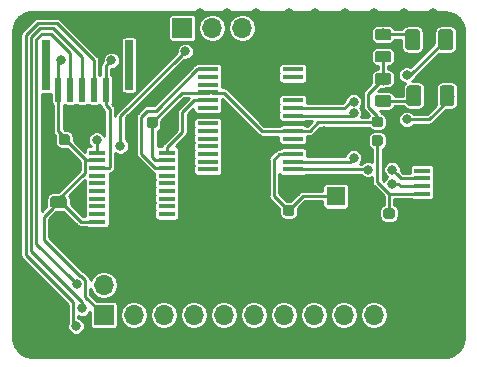
<source format=gtl>
G04 #@! TF.GenerationSoftware,KiCad,Pcbnew,(5.0.0)*
G04 #@! TF.CreationDate,2019-01-18T23:40:16+01:00*
G04 #@! TF.ProjectId,converterboard,636F6E766572746572626F6172642E6B,rev?*
G04 #@! TF.SameCoordinates,Original*
G04 #@! TF.FileFunction,Copper,L1,Top,Signal*
G04 #@! TF.FilePolarity,Positive*
%FSLAX46Y46*%
G04 Gerber Fmt 4.6, Leading zero omitted, Abs format (unit mm)*
G04 Created by KiCad (PCBNEW (5.0.0)) date 01/18/19 23:40:16*
%MOMM*%
%LPD*%
G01*
G04 APERTURE LIST*
G04 #@! TA.AperFunction,ComponentPad*
%ADD10R,1.700000X1.700000*%
G04 #@! TD*
G04 #@! TA.AperFunction,ComponentPad*
%ADD11O,1.700000X1.700000*%
G04 #@! TD*
G04 #@! TA.AperFunction,SMDPad,CuDef*
%ADD12R,1.450000X0.450000*%
G04 #@! TD*
G04 #@! TA.AperFunction,Conductor*
%ADD13C,0.100000*%
G04 #@! TD*
G04 #@! TA.AperFunction,SMDPad,CuDef*
%ADD14C,0.875000*%
G04 #@! TD*
G04 #@! TA.AperFunction,ComponentPad*
%ADD15R,1.600000X1.600000*%
G04 #@! TD*
G04 #@! TA.AperFunction,ComponentPad*
%ADD16C,1.600000*%
G04 #@! TD*
G04 #@! TA.AperFunction,SMDPad,CuDef*
%ADD17R,1.380000X0.450000*%
G04 #@! TD*
G04 #@! TA.AperFunction,SMDPad,CuDef*
%ADD18R,2.100000X1.475000*%
G04 #@! TD*
G04 #@! TA.AperFunction,SMDPad,CuDef*
%ADD19R,1.900000X2.375000*%
G04 #@! TD*
G04 #@! TA.AperFunction,SMDPad,CuDef*
%ADD20R,1.900000X1.175000*%
G04 #@! TD*
G04 #@! TA.AperFunction,SMDPad,CuDef*
%ADD21C,1.250000*%
G04 #@! TD*
G04 #@! TA.AperFunction,SMDPad,CuDef*
%ADD22R,0.700000X4.200000*%
G04 #@! TD*
G04 #@! TA.AperFunction,SMDPad,CuDef*
%ADD23R,0.600000X2.000000*%
G04 #@! TD*
G04 #@! TA.AperFunction,SMDPad,CuDef*
%ADD24R,1.750000X0.450000*%
G04 #@! TD*
G04 #@! TA.AperFunction,SMDPad,CuDef*
%ADD25C,0.975000*%
G04 #@! TD*
G04 #@! TA.AperFunction,ViaPad*
%ADD26C,0.800000*%
G04 #@! TD*
G04 #@! TA.AperFunction,Conductor*
%ADD27C,0.250000*%
G04 #@! TD*
G04 #@! TA.AperFunction,Conductor*
%ADD28C,0.254000*%
G04 #@! TD*
G04 APERTURE END LIST*
D10*
G04 #@! TO.P,J3,1*
G04 #@! TO.N,VCC*
X168750000Y-100750000D03*
D11*
G04 #@! TO.P,J3,2*
G04 #@! TO.N,/UART_TX*
X171290000Y-100750000D03*
G04 #@! TO.P,J3,3*
G04 #@! TO.N,/UART_RX*
X173830000Y-100750000D03*
G04 #@! TO.P,J3,4*
G04 #@! TO.N,GND*
X176370000Y-100750000D03*
G04 #@! TD*
D12*
G04 #@! TO.P,U2,1*
G04 #@! TO.N,/UART_RX*
X161550000Y-111325000D03*
G04 #@! TO.P,U2,2*
G04 #@! TO.N,VCC*
X161550000Y-111975000D03*
G04 #@! TO.P,U2,3*
G04 #@! TO.N,/UART_TX*
X161550000Y-112625000D03*
G04 #@! TO.P,U2,4*
G04 #@! TO.N,Net-(U2-Pad4)*
X161550000Y-113275000D03*
G04 #@! TO.P,U2,5*
G04 #@! TO.N,Net-(U2-Pad5)*
X161550000Y-113925000D03*
G04 #@! TO.P,U2,6*
G04 #@! TO.N,Net-(U2-Pad6)*
X161550000Y-114575000D03*
G04 #@! TO.P,U2,7*
G04 #@! TO.N,Net-(U2-Pad7)*
X161550000Y-115225000D03*
G04 #@! TO.P,U2,8*
G04 #@! TO.N,Net-(U2-Pad8)*
X161550000Y-115875000D03*
G04 #@! TO.P,U2,9*
G04 #@! TO.N,Net-(U2-Pad9)*
X161550000Y-116525000D03*
G04 #@! TO.P,U2,10*
G04 #@! TO.N,VCC*
X161550000Y-117175000D03*
G04 #@! TO.P,U2,11*
G04 #@! TO.N,GND*
X167450000Y-117175000D03*
G04 #@! TO.P,U2,12*
G04 #@! TO.N,Net-(U2-Pad12)*
X167450000Y-116525000D03*
G04 #@! TO.P,U2,13*
G04 #@! TO.N,Net-(U2-Pad13)*
X167450000Y-115875000D03*
G04 #@! TO.P,U2,14*
G04 #@! TO.N,Net-(U2-Pad14)*
X167450000Y-115225000D03*
G04 #@! TO.P,U2,15*
G04 #@! TO.N,Net-(U2-Pad15)*
X167450000Y-114575000D03*
G04 #@! TO.P,U2,16*
G04 #@! TO.N,Net-(U2-Pad16)*
X167450000Y-113925000D03*
G04 #@! TO.P,U2,17*
G04 #@! TO.N,Net-(U2-Pad17)*
X167450000Y-113275000D03*
G04 #@! TO.P,U2,18*
G04 #@! TO.N,/RXD*
X167450000Y-112625000D03*
G04 #@! TO.P,U2,19*
G04 #@! TO.N,VBUS*
X167450000Y-111975000D03*
G04 #@! TO.P,U2,20*
G04 #@! TO.N,/TXD*
X167450000Y-111325000D03*
G04 #@! TD*
D11*
G04 #@! TO.P,J2,20*
G04 #@! TO.N,GND*
X184960000Y-122510000D03*
G04 #@! TO.P,J2,19*
G04 #@! TO.N,Net-(J2-Pad19)*
X184960000Y-125050000D03*
G04 #@! TO.P,J2,18*
G04 #@! TO.N,GND*
X182420000Y-122510000D03*
G04 #@! TO.P,J2,17*
G04 #@! TO.N,Net-(J2-Pad17)*
X182420000Y-125050000D03*
G04 #@! TO.P,J2,16*
G04 #@! TO.N,GND*
X179880000Y-122510000D03*
G04 #@! TO.P,J2,15*
G04 #@! TO.N,/MCU_RESET*
X179880000Y-125050000D03*
G04 #@! TO.P,J2,14*
G04 #@! TO.N,GND*
X177340000Y-122510000D03*
G04 #@! TO.P,J2,13*
G04 #@! TO.N,Net-(J2-Pad13)*
X177340000Y-125050000D03*
G04 #@! TO.P,J2,12*
G04 #@! TO.N,GND*
X174800000Y-122510000D03*
G04 #@! TO.P,J2,11*
G04 #@! TO.N,Net-(J2-Pad11)*
X174800000Y-125050000D03*
G04 #@! TO.P,J2,10*
G04 #@! TO.N,GND*
X172260000Y-122510000D03*
G04 #@! TO.P,J2,9*
G04 #@! TO.N,/SWCLK*
X172260000Y-125050000D03*
G04 #@! TO.P,J2,8*
G04 #@! TO.N,GND*
X169720000Y-122510000D03*
G04 #@! TO.P,J2,7*
G04 #@! TO.N,/SWDIO*
X169720000Y-125050000D03*
G04 #@! TO.P,J2,6*
G04 #@! TO.N,GND*
X167180000Y-122510000D03*
G04 #@! TO.P,J2,5*
G04 #@! TO.N,Net-(J2-Pad5)*
X167180000Y-125050000D03*
G04 #@! TO.P,J2,4*
G04 #@! TO.N,GND*
X164640000Y-122510000D03*
G04 #@! TO.P,J2,3*
G04 #@! TO.N,Net-(J2-Pad3)*
X164640000Y-125050000D03*
G04 #@! TO.P,J2,2*
G04 #@! TO.N,Net-(J2-Pad2)*
X162100000Y-122510000D03*
D10*
G04 #@! TO.P,J2,1*
G04 #@! TO.N,VCC*
X162100000Y-125050000D03*
G04 #@! TD*
D13*
G04 #@! TO.N,GND*
G04 #@! TO.C,C5*
G36*
X168027691Y-108276053D02*
X168048926Y-108279203D01*
X168069750Y-108284419D01*
X168089962Y-108291651D01*
X168109368Y-108300830D01*
X168127781Y-108311866D01*
X168145024Y-108324654D01*
X168160930Y-108339070D01*
X168175346Y-108354976D01*
X168188134Y-108372219D01*
X168199170Y-108390632D01*
X168208349Y-108410038D01*
X168215581Y-108430250D01*
X168220797Y-108451074D01*
X168223947Y-108472309D01*
X168225000Y-108493750D01*
X168225000Y-109006250D01*
X168223947Y-109027691D01*
X168220797Y-109048926D01*
X168215581Y-109069750D01*
X168208349Y-109089962D01*
X168199170Y-109109368D01*
X168188134Y-109127781D01*
X168175346Y-109145024D01*
X168160930Y-109160930D01*
X168145024Y-109175346D01*
X168127781Y-109188134D01*
X168109368Y-109199170D01*
X168089962Y-109208349D01*
X168069750Y-109215581D01*
X168048926Y-109220797D01*
X168027691Y-109223947D01*
X168006250Y-109225000D01*
X167568750Y-109225000D01*
X167547309Y-109223947D01*
X167526074Y-109220797D01*
X167505250Y-109215581D01*
X167485038Y-109208349D01*
X167465632Y-109199170D01*
X167447219Y-109188134D01*
X167429976Y-109175346D01*
X167414070Y-109160930D01*
X167399654Y-109145024D01*
X167386866Y-109127781D01*
X167375830Y-109109368D01*
X167366651Y-109089962D01*
X167359419Y-109069750D01*
X167354203Y-109048926D01*
X167351053Y-109027691D01*
X167350000Y-109006250D01*
X167350000Y-108493750D01*
X167351053Y-108472309D01*
X167354203Y-108451074D01*
X167359419Y-108430250D01*
X167366651Y-108410038D01*
X167375830Y-108390632D01*
X167386866Y-108372219D01*
X167399654Y-108354976D01*
X167414070Y-108339070D01*
X167429976Y-108324654D01*
X167447219Y-108311866D01*
X167465632Y-108300830D01*
X167485038Y-108291651D01*
X167505250Y-108284419D01*
X167526074Y-108279203D01*
X167547309Y-108276053D01*
X167568750Y-108275000D01*
X168006250Y-108275000D01*
X168027691Y-108276053D01*
X168027691Y-108276053D01*
G37*
D14*
G04 #@! TD*
G04 #@! TO.P,C5,2*
G04 #@! TO.N,GND*
X167787500Y-108750000D03*
D13*
G04 #@! TO.N,VBUS*
G04 #@! TO.C,C5*
G36*
X166452691Y-108276053D02*
X166473926Y-108279203D01*
X166494750Y-108284419D01*
X166514962Y-108291651D01*
X166534368Y-108300830D01*
X166552781Y-108311866D01*
X166570024Y-108324654D01*
X166585930Y-108339070D01*
X166600346Y-108354976D01*
X166613134Y-108372219D01*
X166624170Y-108390632D01*
X166633349Y-108410038D01*
X166640581Y-108430250D01*
X166645797Y-108451074D01*
X166648947Y-108472309D01*
X166650000Y-108493750D01*
X166650000Y-109006250D01*
X166648947Y-109027691D01*
X166645797Y-109048926D01*
X166640581Y-109069750D01*
X166633349Y-109089962D01*
X166624170Y-109109368D01*
X166613134Y-109127781D01*
X166600346Y-109145024D01*
X166585930Y-109160930D01*
X166570024Y-109175346D01*
X166552781Y-109188134D01*
X166534368Y-109199170D01*
X166514962Y-109208349D01*
X166494750Y-109215581D01*
X166473926Y-109220797D01*
X166452691Y-109223947D01*
X166431250Y-109225000D01*
X165993750Y-109225000D01*
X165972309Y-109223947D01*
X165951074Y-109220797D01*
X165930250Y-109215581D01*
X165910038Y-109208349D01*
X165890632Y-109199170D01*
X165872219Y-109188134D01*
X165854976Y-109175346D01*
X165839070Y-109160930D01*
X165824654Y-109145024D01*
X165811866Y-109127781D01*
X165800830Y-109109368D01*
X165791651Y-109089962D01*
X165784419Y-109069750D01*
X165779203Y-109048926D01*
X165776053Y-109027691D01*
X165775000Y-109006250D01*
X165775000Y-108493750D01*
X165776053Y-108472309D01*
X165779203Y-108451074D01*
X165784419Y-108430250D01*
X165791651Y-108410038D01*
X165800830Y-108390632D01*
X165811866Y-108372219D01*
X165824654Y-108354976D01*
X165839070Y-108339070D01*
X165854976Y-108324654D01*
X165872219Y-108311866D01*
X165890632Y-108300830D01*
X165910038Y-108291651D01*
X165930250Y-108284419D01*
X165951074Y-108279203D01*
X165972309Y-108276053D01*
X165993750Y-108275000D01*
X166431250Y-108275000D01*
X166452691Y-108276053D01*
X166452691Y-108276053D01*
G37*
D14*
G04 #@! TD*
G04 #@! TO.P,C5,1*
G04 #@! TO.N,VBUS*
X166212500Y-108750000D03*
D13*
G04 #@! TO.N,VCC*
G04 #@! TO.C,C4*
G36*
X159027691Y-109776053D02*
X159048926Y-109779203D01*
X159069750Y-109784419D01*
X159089962Y-109791651D01*
X159109368Y-109800830D01*
X159127781Y-109811866D01*
X159145024Y-109824654D01*
X159160930Y-109839070D01*
X159175346Y-109854976D01*
X159188134Y-109872219D01*
X159199170Y-109890632D01*
X159208349Y-109910038D01*
X159215581Y-109930250D01*
X159220797Y-109951074D01*
X159223947Y-109972309D01*
X159225000Y-109993750D01*
X159225000Y-110431250D01*
X159223947Y-110452691D01*
X159220797Y-110473926D01*
X159215581Y-110494750D01*
X159208349Y-110514962D01*
X159199170Y-110534368D01*
X159188134Y-110552781D01*
X159175346Y-110570024D01*
X159160930Y-110585930D01*
X159145024Y-110600346D01*
X159127781Y-110613134D01*
X159109368Y-110624170D01*
X159089962Y-110633349D01*
X159069750Y-110640581D01*
X159048926Y-110645797D01*
X159027691Y-110648947D01*
X159006250Y-110650000D01*
X158493750Y-110650000D01*
X158472309Y-110648947D01*
X158451074Y-110645797D01*
X158430250Y-110640581D01*
X158410038Y-110633349D01*
X158390632Y-110624170D01*
X158372219Y-110613134D01*
X158354976Y-110600346D01*
X158339070Y-110585930D01*
X158324654Y-110570024D01*
X158311866Y-110552781D01*
X158300830Y-110534368D01*
X158291651Y-110514962D01*
X158284419Y-110494750D01*
X158279203Y-110473926D01*
X158276053Y-110452691D01*
X158275000Y-110431250D01*
X158275000Y-109993750D01*
X158276053Y-109972309D01*
X158279203Y-109951074D01*
X158284419Y-109930250D01*
X158291651Y-109910038D01*
X158300830Y-109890632D01*
X158311866Y-109872219D01*
X158324654Y-109854976D01*
X158339070Y-109839070D01*
X158354976Y-109824654D01*
X158372219Y-109811866D01*
X158390632Y-109800830D01*
X158410038Y-109791651D01*
X158430250Y-109784419D01*
X158451074Y-109779203D01*
X158472309Y-109776053D01*
X158493750Y-109775000D01*
X159006250Y-109775000D01*
X159027691Y-109776053D01*
X159027691Y-109776053D01*
G37*
D14*
G04 #@! TD*
G04 #@! TO.P,C4,1*
G04 #@! TO.N,VCC*
X158750000Y-110212500D03*
D13*
G04 #@! TO.N,GND*
G04 #@! TO.C,C4*
G36*
X159027691Y-111351053D02*
X159048926Y-111354203D01*
X159069750Y-111359419D01*
X159089962Y-111366651D01*
X159109368Y-111375830D01*
X159127781Y-111386866D01*
X159145024Y-111399654D01*
X159160930Y-111414070D01*
X159175346Y-111429976D01*
X159188134Y-111447219D01*
X159199170Y-111465632D01*
X159208349Y-111485038D01*
X159215581Y-111505250D01*
X159220797Y-111526074D01*
X159223947Y-111547309D01*
X159225000Y-111568750D01*
X159225000Y-112006250D01*
X159223947Y-112027691D01*
X159220797Y-112048926D01*
X159215581Y-112069750D01*
X159208349Y-112089962D01*
X159199170Y-112109368D01*
X159188134Y-112127781D01*
X159175346Y-112145024D01*
X159160930Y-112160930D01*
X159145024Y-112175346D01*
X159127781Y-112188134D01*
X159109368Y-112199170D01*
X159089962Y-112208349D01*
X159069750Y-112215581D01*
X159048926Y-112220797D01*
X159027691Y-112223947D01*
X159006250Y-112225000D01*
X158493750Y-112225000D01*
X158472309Y-112223947D01*
X158451074Y-112220797D01*
X158430250Y-112215581D01*
X158410038Y-112208349D01*
X158390632Y-112199170D01*
X158372219Y-112188134D01*
X158354976Y-112175346D01*
X158339070Y-112160930D01*
X158324654Y-112145024D01*
X158311866Y-112127781D01*
X158300830Y-112109368D01*
X158291651Y-112089962D01*
X158284419Y-112069750D01*
X158279203Y-112048926D01*
X158276053Y-112027691D01*
X158275000Y-112006250D01*
X158275000Y-111568750D01*
X158276053Y-111547309D01*
X158279203Y-111526074D01*
X158284419Y-111505250D01*
X158291651Y-111485038D01*
X158300830Y-111465632D01*
X158311866Y-111447219D01*
X158324654Y-111429976D01*
X158339070Y-111414070D01*
X158354976Y-111399654D01*
X158372219Y-111386866D01*
X158390632Y-111375830D01*
X158410038Y-111366651D01*
X158430250Y-111359419D01*
X158451074Y-111354203D01*
X158472309Y-111351053D01*
X158493750Y-111350000D01*
X159006250Y-111350000D01*
X159027691Y-111351053D01*
X159027691Y-111351053D01*
G37*
D14*
G04 #@! TD*
G04 #@! TO.P,C4,2*
G04 #@! TO.N,GND*
X158750000Y-111787500D03*
D13*
G04 #@! TO.N,GND*
G04 #@! TO.C,C3*
G36*
X178027691Y-117351053D02*
X178048926Y-117354203D01*
X178069750Y-117359419D01*
X178089962Y-117366651D01*
X178109368Y-117375830D01*
X178127781Y-117386866D01*
X178145024Y-117399654D01*
X178160930Y-117414070D01*
X178175346Y-117429976D01*
X178188134Y-117447219D01*
X178199170Y-117465632D01*
X178208349Y-117485038D01*
X178215581Y-117505250D01*
X178220797Y-117526074D01*
X178223947Y-117547309D01*
X178225000Y-117568750D01*
X178225000Y-118006250D01*
X178223947Y-118027691D01*
X178220797Y-118048926D01*
X178215581Y-118069750D01*
X178208349Y-118089962D01*
X178199170Y-118109368D01*
X178188134Y-118127781D01*
X178175346Y-118145024D01*
X178160930Y-118160930D01*
X178145024Y-118175346D01*
X178127781Y-118188134D01*
X178109368Y-118199170D01*
X178089962Y-118208349D01*
X178069750Y-118215581D01*
X178048926Y-118220797D01*
X178027691Y-118223947D01*
X178006250Y-118225000D01*
X177493750Y-118225000D01*
X177472309Y-118223947D01*
X177451074Y-118220797D01*
X177430250Y-118215581D01*
X177410038Y-118208349D01*
X177390632Y-118199170D01*
X177372219Y-118188134D01*
X177354976Y-118175346D01*
X177339070Y-118160930D01*
X177324654Y-118145024D01*
X177311866Y-118127781D01*
X177300830Y-118109368D01*
X177291651Y-118089962D01*
X177284419Y-118069750D01*
X177279203Y-118048926D01*
X177276053Y-118027691D01*
X177275000Y-118006250D01*
X177275000Y-117568750D01*
X177276053Y-117547309D01*
X177279203Y-117526074D01*
X177284419Y-117505250D01*
X177291651Y-117485038D01*
X177300830Y-117465632D01*
X177311866Y-117447219D01*
X177324654Y-117429976D01*
X177339070Y-117414070D01*
X177354976Y-117399654D01*
X177372219Y-117386866D01*
X177390632Y-117375830D01*
X177410038Y-117366651D01*
X177430250Y-117359419D01*
X177451074Y-117354203D01*
X177472309Y-117351053D01*
X177493750Y-117350000D01*
X178006250Y-117350000D01*
X178027691Y-117351053D01*
X178027691Y-117351053D01*
G37*
D14*
G04 #@! TD*
G04 #@! TO.P,C3,2*
G04 #@! TO.N,GND*
X177750000Y-117787500D03*
D13*
G04 #@! TO.N,+3V3*
G04 #@! TO.C,C3*
G36*
X178027691Y-115776053D02*
X178048926Y-115779203D01*
X178069750Y-115784419D01*
X178089962Y-115791651D01*
X178109368Y-115800830D01*
X178127781Y-115811866D01*
X178145024Y-115824654D01*
X178160930Y-115839070D01*
X178175346Y-115854976D01*
X178188134Y-115872219D01*
X178199170Y-115890632D01*
X178208349Y-115910038D01*
X178215581Y-115930250D01*
X178220797Y-115951074D01*
X178223947Y-115972309D01*
X178225000Y-115993750D01*
X178225000Y-116431250D01*
X178223947Y-116452691D01*
X178220797Y-116473926D01*
X178215581Y-116494750D01*
X178208349Y-116514962D01*
X178199170Y-116534368D01*
X178188134Y-116552781D01*
X178175346Y-116570024D01*
X178160930Y-116585930D01*
X178145024Y-116600346D01*
X178127781Y-116613134D01*
X178109368Y-116624170D01*
X178089962Y-116633349D01*
X178069750Y-116640581D01*
X178048926Y-116645797D01*
X178027691Y-116648947D01*
X178006250Y-116650000D01*
X177493750Y-116650000D01*
X177472309Y-116648947D01*
X177451074Y-116645797D01*
X177430250Y-116640581D01*
X177410038Y-116633349D01*
X177390632Y-116624170D01*
X177372219Y-116613134D01*
X177354976Y-116600346D01*
X177339070Y-116585930D01*
X177324654Y-116570024D01*
X177311866Y-116552781D01*
X177300830Y-116534368D01*
X177291651Y-116514962D01*
X177284419Y-116494750D01*
X177279203Y-116473926D01*
X177276053Y-116452691D01*
X177275000Y-116431250D01*
X177275000Y-115993750D01*
X177276053Y-115972309D01*
X177279203Y-115951074D01*
X177284419Y-115930250D01*
X177291651Y-115910038D01*
X177300830Y-115890632D01*
X177311866Y-115872219D01*
X177324654Y-115854976D01*
X177339070Y-115839070D01*
X177354976Y-115824654D01*
X177372219Y-115811866D01*
X177390632Y-115800830D01*
X177410038Y-115791651D01*
X177430250Y-115784419D01*
X177451074Y-115779203D01*
X177472309Y-115776053D01*
X177493750Y-115775000D01*
X178006250Y-115775000D01*
X178027691Y-115776053D01*
X178027691Y-115776053D01*
G37*
D14*
G04 #@! TD*
G04 #@! TO.P,C3,1*
G04 #@! TO.N,+3V3*
X177750000Y-116212500D03*
D13*
G04 #@! TO.N,Net-(C1-Pad1)*
G04 #@! TO.C,C1*
G36*
X186527691Y-116026053D02*
X186548926Y-116029203D01*
X186569750Y-116034419D01*
X186589962Y-116041651D01*
X186609368Y-116050830D01*
X186627781Y-116061866D01*
X186645024Y-116074654D01*
X186660930Y-116089070D01*
X186675346Y-116104976D01*
X186688134Y-116122219D01*
X186699170Y-116140632D01*
X186708349Y-116160038D01*
X186715581Y-116180250D01*
X186720797Y-116201074D01*
X186723947Y-116222309D01*
X186725000Y-116243750D01*
X186725000Y-116681250D01*
X186723947Y-116702691D01*
X186720797Y-116723926D01*
X186715581Y-116744750D01*
X186708349Y-116764962D01*
X186699170Y-116784368D01*
X186688134Y-116802781D01*
X186675346Y-116820024D01*
X186660930Y-116835930D01*
X186645024Y-116850346D01*
X186627781Y-116863134D01*
X186609368Y-116874170D01*
X186589962Y-116883349D01*
X186569750Y-116890581D01*
X186548926Y-116895797D01*
X186527691Y-116898947D01*
X186506250Y-116900000D01*
X185993750Y-116900000D01*
X185972309Y-116898947D01*
X185951074Y-116895797D01*
X185930250Y-116890581D01*
X185910038Y-116883349D01*
X185890632Y-116874170D01*
X185872219Y-116863134D01*
X185854976Y-116850346D01*
X185839070Y-116835930D01*
X185824654Y-116820024D01*
X185811866Y-116802781D01*
X185800830Y-116784368D01*
X185791651Y-116764962D01*
X185784419Y-116744750D01*
X185779203Y-116723926D01*
X185776053Y-116702691D01*
X185775000Y-116681250D01*
X185775000Y-116243750D01*
X185776053Y-116222309D01*
X185779203Y-116201074D01*
X185784419Y-116180250D01*
X185791651Y-116160038D01*
X185800830Y-116140632D01*
X185811866Y-116122219D01*
X185824654Y-116104976D01*
X185839070Y-116089070D01*
X185854976Y-116074654D01*
X185872219Y-116061866D01*
X185890632Y-116050830D01*
X185910038Y-116041651D01*
X185930250Y-116034419D01*
X185951074Y-116029203D01*
X185972309Y-116026053D01*
X185993750Y-116025000D01*
X186506250Y-116025000D01*
X186527691Y-116026053D01*
X186527691Y-116026053D01*
G37*
D14*
G04 #@! TD*
G04 #@! TO.P,C1,1*
G04 #@! TO.N,Net-(C1-Pad1)*
X186250000Y-116462500D03*
D13*
G04 #@! TO.N,GND*
G04 #@! TO.C,C1*
G36*
X186527691Y-117601053D02*
X186548926Y-117604203D01*
X186569750Y-117609419D01*
X186589962Y-117616651D01*
X186609368Y-117625830D01*
X186627781Y-117636866D01*
X186645024Y-117649654D01*
X186660930Y-117664070D01*
X186675346Y-117679976D01*
X186688134Y-117697219D01*
X186699170Y-117715632D01*
X186708349Y-117735038D01*
X186715581Y-117755250D01*
X186720797Y-117776074D01*
X186723947Y-117797309D01*
X186725000Y-117818750D01*
X186725000Y-118256250D01*
X186723947Y-118277691D01*
X186720797Y-118298926D01*
X186715581Y-118319750D01*
X186708349Y-118339962D01*
X186699170Y-118359368D01*
X186688134Y-118377781D01*
X186675346Y-118395024D01*
X186660930Y-118410930D01*
X186645024Y-118425346D01*
X186627781Y-118438134D01*
X186609368Y-118449170D01*
X186589962Y-118458349D01*
X186569750Y-118465581D01*
X186548926Y-118470797D01*
X186527691Y-118473947D01*
X186506250Y-118475000D01*
X185993750Y-118475000D01*
X185972309Y-118473947D01*
X185951074Y-118470797D01*
X185930250Y-118465581D01*
X185910038Y-118458349D01*
X185890632Y-118449170D01*
X185872219Y-118438134D01*
X185854976Y-118425346D01*
X185839070Y-118410930D01*
X185824654Y-118395024D01*
X185811866Y-118377781D01*
X185800830Y-118359368D01*
X185791651Y-118339962D01*
X185784419Y-118319750D01*
X185779203Y-118298926D01*
X185776053Y-118277691D01*
X185775000Y-118256250D01*
X185775000Y-117818750D01*
X185776053Y-117797309D01*
X185779203Y-117776074D01*
X185784419Y-117755250D01*
X185791651Y-117735038D01*
X185800830Y-117715632D01*
X185811866Y-117697219D01*
X185824654Y-117679976D01*
X185839070Y-117664070D01*
X185854976Y-117649654D01*
X185872219Y-117636866D01*
X185890632Y-117625830D01*
X185910038Y-117616651D01*
X185930250Y-117609419D01*
X185951074Y-117604203D01*
X185972309Y-117601053D01*
X185993750Y-117600000D01*
X186506250Y-117600000D01*
X186527691Y-117601053D01*
X186527691Y-117601053D01*
G37*
D14*
G04 #@! TD*
G04 #@! TO.P,C1,2*
G04 #@! TO.N,GND*
X186250000Y-118037500D03*
D15*
G04 #@! TO.P,C2,1*
G04 #@! TO.N,+3V3*
X181750000Y-115000000D03*
D16*
G04 #@! TO.P,C2,2*
G04 #@! TO.N,GND*
X181750000Y-117000000D03*
G04 #@! TD*
D17*
G04 #@! TO.P,J1,1*
G04 #@! TO.N,Net-(C1-Pad1)*
X189040000Y-114800000D03*
G04 #@! TO.P,J1,2*
G04 #@! TO.N,/D-*
X189040000Y-114150000D03*
G04 #@! TO.P,J1,3*
G04 #@! TO.N,/D+*
X189040000Y-113500000D03*
G04 #@! TO.P,J1,4*
G04 #@! TO.N,Net-(J1-Pad4)*
X189040000Y-112850000D03*
G04 #@! TO.P,J1,5*
G04 #@! TO.N,GND*
X189040000Y-112200000D03*
D18*
G04 #@! TO.P,J1,6*
X189400000Y-115962500D03*
X189400000Y-111037500D03*
D19*
X191700000Y-116410000D03*
X191700000Y-110590000D03*
D20*
X191700000Y-114340000D03*
X191700000Y-112660000D03*
G04 #@! TD*
D13*
G04 #@! TO.N,Net-(D2-Pad2)*
G04 #@! TO.C,D2*
G36*
X188749504Y-105626204D02*
X188773773Y-105629804D01*
X188797571Y-105635765D01*
X188820671Y-105644030D01*
X188842849Y-105654520D01*
X188863893Y-105667133D01*
X188883598Y-105681747D01*
X188901777Y-105698223D01*
X188918253Y-105716402D01*
X188932867Y-105736107D01*
X188945480Y-105757151D01*
X188955970Y-105779329D01*
X188964235Y-105802429D01*
X188970196Y-105826227D01*
X188973796Y-105850496D01*
X188975000Y-105875000D01*
X188975000Y-107125000D01*
X188973796Y-107149504D01*
X188970196Y-107173773D01*
X188964235Y-107197571D01*
X188955970Y-107220671D01*
X188945480Y-107242849D01*
X188932867Y-107263893D01*
X188918253Y-107283598D01*
X188901777Y-107301777D01*
X188883598Y-107318253D01*
X188863893Y-107332867D01*
X188842849Y-107345480D01*
X188820671Y-107355970D01*
X188797571Y-107364235D01*
X188773773Y-107370196D01*
X188749504Y-107373796D01*
X188725000Y-107375000D01*
X187975000Y-107375000D01*
X187950496Y-107373796D01*
X187926227Y-107370196D01*
X187902429Y-107364235D01*
X187879329Y-107355970D01*
X187857151Y-107345480D01*
X187836107Y-107332867D01*
X187816402Y-107318253D01*
X187798223Y-107301777D01*
X187781747Y-107283598D01*
X187767133Y-107263893D01*
X187754520Y-107242849D01*
X187744030Y-107220671D01*
X187735765Y-107197571D01*
X187729804Y-107173773D01*
X187726204Y-107149504D01*
X187725000Y-107125000D01*
X187725000Y-105875000D01*
X187726204Y-105850496D01*
X187729804Y-105826227D01*
X187735765Y-105802429D01*
X187744030Y-105779329D01*
X187754520Y-105757151D01*
X187767133Y-105736107D01*
X187781747Y-105716402D01*
X187798223Y-105698223D01*
X187816402Y-105681747D01*
X187836107Y-105667133D01*
X187857151Y-105654520D01*
X187879329Y-105644030D01*
X187902429Y-105635765D01*
X187926227Y-105629804D01*
X187950496Y-105626204D01*
X187975000Y-105625000D01*
X188725000Y-105625000D01*
X188749504Y-105626204D01*
X188749504Y-105626204D01*
G37*
D21*
G04 #@! TD*
G04 #@! TO.P,D2,2*
G04 #@! TO.N,Net-(D2-Pad2)*
X188350000Y-106500000D03*
D13*
G04 #@! TO.N,Net-(D2-Pad1)*
G04 #@! TO.C,D2*
G36*
X191549504Y-105626204D02*
X191573773Y-105629804D01*
X191597571Y-105635765D01*
X191620671Y-105644030D01*
X191642849Y-105654520D01*
X191663893Y-105667133D01*
X191683598Y-105681747D01*
X191701777Y-105698223D01*
X191718253Y-105716402D01*
X191732867Y-105736107D01*
X191745480Y-105757151D01*
X191755970Y-105779329D01*
X191764235Y-105802429D01*
X191770196Y-105826227D01*
X191773796Y-105850496D01*
X191775000Y-105875000D01*
X191775000Y-107125000D01*
X191773796Y-107149504D01*
X191770196Y-107173773D01*
X191764235Y-107197571D01*
X191755970Y-107220671D01*
X191745480Y-107242849D01*
X191732867Y-107263893D01*
X191718253Y-107283598D01*
X191701777Y-107301777D01*
X191683598Y-107318253D01*
X191663893Y-107332867D01*
X191642849Y-107345480D01*
X191620671Y-107355970D01*
X191597571Y-107364235D01*
X191573773Y-107370196D01*
X191549504Y-107373796D01*
X191525000Y-107375000D01*
X190775000Y-107375000D01*
X190750496Y-107373796D01*
X190726227Y-107370196D01*
X190702429Y-107364235D01*
X190679329Y-107355970D01*
X190657151Y-107345480D01*
X190636107Y-107332867D01*
X190616402Y-107318253D01*
X190598223Y-107301777D01*
X190581747Y-107283598D01*
X190567133Y-107263893D01*
X190554520Y-107242849D01*
X190544030Y-107220671D01*
X190535765Y-107197571D01*
X190529804Y-107173773D01*
X190526204Y-107149504D01*
X190525000Y-107125000D01*
X190525000Y-105875000D01*
X190526204Y-105850496D01*
X190529804Y-105826227D01*
X190535765Y-105802429D01*
X190544030Y-105779329D01*
X190554520Y-105757151D01*
X190567133Y-105736107D01*
X190581747Y-105716402D01*
X190598223Y-105698223D01*
X190616402Y-105681747D01*
X190636107Y-105667133D01*
X190657151Y-105654520D01*
X190679329Y-105644030D01*
X190702429Y-105635765D01*
X190726227Y-105629804D01*
X190750496Y-105626204D01*
X190775000Y-105625000D01*
X191525000Y-105625000D01*
X191549504Y-105626204D01*
X191549504Y-105626204D01*
G37*
D21*
G04 #@! TD*
G04 #@! TO.P,D2,1*
G04 #@! TO.N,Net-(D2-Pad1)*
X191150000Y-106500000D03*
D13*
G04 #@! TO.N,Net-(D1-Pad1)*
G04 #@! TO.C,D1*
G36*
X191449504Y-100876204D02*
X191473773Y-100879804D01*
X191497571Y-100885765D01*
X191520671Y-100894030D01*
X191542849Y-100904520D01*
X191563893Y-100917133D01*
X191583598Y-100931747D01*
X191601777Y-100948223D01*
X191618253Y-100966402D01*
X191632867Y-100986107D01*
X191645480Y-101007151D01*
X191655970Y-101029329D01*
X191664235Y-101052429D01*
X191670196Y-101076227D01*
X191673796Y-101100496D01*
X191675000Y-101125000D01*
X191675000Y-102375000D01*
X191673796Y-102399504D01*
X191670196Y-102423773D01*
X191664235Y-102447571D01*
X191655970Y-102470671D01*
X191645480Y-102492849D01*
X191632867Y-102513893D01*
X191618253Y-102533598D01*
X191601777Y-102551777D01*
X191583598Y-102568253D01*
X191563893Y-102582867D01*
X191542849Y-102595480D01*
X191520671Y-102605970D01*
X191497571Y-102614235D01*
X191473773Y-102620196D01*
X191449504Y-102623796D01*
X191425000Y-102625000D01*
X190675000Y-102625000D01*
X190650496Y-102623796D01*
X190626227Y-102620196D01*
X190602429Y-102614235D01*
X190579329Y-102605970D01*
X190557151Y-102595480D01*
X190536107Y-102582867D01*
X190516402Y-102568253D01*
X190498223Y-102551777D01*
X190481747Y-102533598D01*
X190467133Y-102513893D01*
X190454520Y-102492849D01*
X190444030Y-102470671D01*
X190435765Y-102447571D01*
X190429804Y-102423773D01*
X190426204Y-102399504D01*
X190425000Y-102375000D01*
X190425000Y-101125000D01*
X190426204Y-101100496D01*
X190429804Y-101076227D01*
X190435765Y-101052429D01*
X190444030Y-101029329D01*
X190454520Y-101007151D01*
X190467133Y-100986107D01*
X190481747Y-100966402D01*
X190498223Y-100948223D01*
X190516402Y-100931747D01*
X190536107Y-100917133D01*
X190557151Y-100904520D01*
X190579329Y-100894030D01*
X190602429Y-100885765D01*
X190626227Y-100879804D01*
X190650496Y-100876204D01*
X190675000Y-100875000D01*
X191425000Y-100875000D01*
X191449504Y-100876204D01*
X191449504Y-100876204D01*
G37*
D21*
G04 #@! TD*
G04 #@! TO.P,D1,1*
G04 #@! TO.N,Net-(D1-Pad1)*
X191050000Y-101750000D03*
D13*
G04 #@! TO.N,Net-(D1-Pad2)*
G04 #@! TO.C,D1*
G36*
X188649504Y-100876204D02*
X188673773Y-100879804D01*
X188697571Y-100885765D01*
X188720671Y-100894030D01*
X188742849Y-100904520D01*
X188763893Y-100917133D01*
X188783598Y-100931747D01*
X188801777Y-100948223D01*
X188818253Y-100966402D01*
X188832867Y-100986107D01*
X188845480Y-101007151D01*
X188855970Y-101029329D01*
X188864235Y-101052429D01*
X188870196Y-101076227D01*
X188873796Y-101100496D01*
X188875000Y-101125000D01*
X188875000Y-102375000D01*
X188873796Y-102399504D01*
X188870196Y-102423773D01*
X188864235Y-102447571D01*
X188855970Y-102470671D01*
X188845480Y-102492849D01*
X188832867Y-102513893D01*
X188818253Y-102533598D01*
X188801777Y-102551777D01*
X188783598Y-102568253D01*
X188763893Y-102582867D01*
X188742849Y-102595480D01*
X188720671Y-102605970D01*
X188697571Y-102614235D01*
X188673773Y-102620196D01*
X188649504Y-102623796D01*
X188625000Y-102625000D01*
X187875000Y-102625000D01*
X187850496Y-102623796D01*
X187826227Y-102620196D01*
X187802429Y-102614235D01*
X187779329Y-102605970D01*
X187757151Y-102595480D01*
X187736107Y-102582867D01*
X187716402Y-102568253D01*
X187698223Y-102551777D01*
X187681747Y-102533598D01*
X187667133Y-102513893D01*
X187654520Y-102492849D01*
X187644030Y-102470671D01*
X187635765Y-102447571D01*
X187629804Y-102423773D01*
X187626204Y-102399504D01*
X187625000Y-102375000D01*
X187625000Y-101125000D01*
X187626204Y-101100496D01*
X187629804Y-101076227D01*
X187635765Y-101052429D01*
X187644030Y-101029329D01*
X187654520Y-101007151D01*
X187667133Y-100986107D01*
X187681747Y-100966402D01*
X187698223Y-100948223D01*
X187716402Y-100931747D01*
X187736107Y-100917133D01*
X187757151Y-100904520D01*
X187779329Y-100894030D01*
X187802429Y-100885765D01*
X187826227Y-100879804D01*
X187850496Y-100876204D01*
X187875000Y-100875000D01*
X188625000Y-100875000D01*
X188649504Y-100876204D01*
X188649504Y-100876204D01*
G37*
D21*
G04 #@! TD*
G04 #@! TO.P,D1,2*
G04 #@! TO.N,Net-(D1-Pad2)*
X188250000Y-101750000D03*
D22*
G04 #@! TO.P,CON1,*
G04 #@! TO.N,*
X157250000Y-103900000D03*
D23*
G04 #@! TO.P,CON1,1*
G04 #@! TO.N,VCC*
X158250000Y-106000000D03*
G04 #@! TO.P,CON1,2*
G04 #@! TO.N,/SWDIO*
X159250000Y-106000000D03*
G04 #@! TO.P,CON1,3*
G04 #@! TO.N,/SWCLK*
X160250000Y-106000000D03*
G04 #@! TO.P,CON1,4*
G04 #@! TO.N,/MCU_RESET*
X161250000Y-106000000D03*
G04 #@! TO.P,CON1,5*
G04 #@! TO.N,/UART_TX*
X162250000Y-106000000D03*
G04 #@! TO.P,CON1,6*
G04 #@! TO.N,GND*
X163250000Y-106000000D03*
D22*
G04 #@! TO.P,CON1,*
G04 #@! TO.N,*
X164250000Y-103900000D03*
G04 #@! TD*
D13*
G04 #@! TO.N,VBUS*
G04 #@! TO.C,L1*
G36*
X185527691Y-108276053D02*
X185548926Y-108279203D01*
X185569750Y-108284419D01*
X185589962Y-108291651D01*
X185609368Y-108300830D01*
X185627781Y-108311866D01*
X185645024Y-108324654D01*
X185660930Y-108339070D01*
X185675346Y-108354976D01*
X185688134Y-108372219D01*
X185699170Y-108390632D01*
X185708349Y-108410038D01*
X185715581Y-108430250D01*
X185720797Y-108451074D01*
X185723947Y-108472309D01*
X185725000Y-108493750D01*
X185725000Y-108931250D01*
X185723947Y-108952691D01*
X185720797Y-108973926D01*
X185715581Y-108994750D01*
X185708349Y-109014962D01*
X185699170Y-109034368D01*
X185688134Y-109052781D01*
X185675346Y-109070024D01*
X185660930Y-109085930D01*
X185645024Y-109100346D01*
X185627781Y-109113134D01*
X185609368Y-109124170D01*
X185589962Y-109133349D01*
X185569750Y-109140581D01*
X185548926Y-109145797D01*
X185527691Y-109148947D01*
X185506250Y-109150000D01*
X184993750Y-109150000D01*
X184972309Y-109148947D01*
X184951074Y-109145797D01*
X184930250Y-109140581D01*
X184910038Y-109133349D01*
X184890632Y-109124170D01*
X184872219Y-109113134D01*
X184854976Y-109100346D01*
X184839070Y-109085930D01*
X184824654Y-109070024D01*
X184811866Y-109052781D01*
X184800830Y-109034368D01*
X184791651Y-109014962D01*
X184784419Y-108994750D01*
X184779203Y-108973926D01*
X184776053Y-108952691D01*
X184775000Y-108931250D01*
X184775000Y-108493750D01*
X184776053Y-108472309D01*
X184779203Y-108451074D01*
X184784419Y-108430250D01*
X184791651Y-108410038D01*
X184800830Y-108390632D01*
X184811866Y-108372219D01*
X184824654Y-108354976D01*
X184839070Y-108339070D01*
X184854976Y-108324654D01*
X184872219Y-108311866D01*
X184890632Y-108300830D01*
X184910038Y-108291651D01*
X184930250Y-108284419D01*
X184951074Y-108279203D01*
X184972309Y-108276053D01*
X184993750Y-108275000D01*
X185506250Y-108275000D01*
X185527691Y-108276053D01*
X185527691Y-108276053D01*
G37*
D14*
G04 #@! TD*
G04 #@! TO.P,L1,1*
G04 #@! TO.N,VBUS*
X185250000Y-108712500D03*
D13*
G04 #@! TO.N,Net-(C1-Pad1)*
G04 #@! TO.C,L1*
G36*
X185527691Y-109851053D02*
X185548926Y-109854203D01*
X185569750Y-109859419D01*
X185589962Y-109866651D01*
X185609368Y-109875830D01*
X185627781Y-109886866D01*
X185645024Y-109899654D01*
X185660930Y-109914070D01*
X185675346Y-109929976D01*
X185688134Y-109947219D01*
X185699170Y-109965632D01*
X185708349Y-109985038D01*
X185715581Y-110005250D01*
X185720797Y-110026074D01*
X185723947Y-110047309D01*
X185725000Y-110068750D01*
X185725000Y-110506250D01*
X185723947Y-110527691D01*
X185720797Y-110548926D01*
X185715581Y-110569750D01*
X185708349Y-110589962D01*
X185699170Y-110609368D01*
X185688134Y-110627781D01*
X185675346Y-110645024D01*
X185660930Y-110660930D01*
X185645024Y-110675346D01*
X185627781Y-110688134D01*
X185609368Y-110699170D01*
X185589962Y-110708349D01*
X185569750Y-110715581D01*
X185548926Y-110720797D01*
X185527691Y-110723947D01*
X185506250Y-110725000D01*
X184993750Y-110725000D01*
X184972309Y-110723947D01*
X184951074Y-110720797D01*
X184930250Y-110715581D01*
X184910038Y-110708349D01*
X184890632Y-110699170D01*
X184872219Y-110688134D01*
X184854976Y-110675346D01*
X184839070Y-110660930D01*
X184824654Y-110645024D01*
X184811866Y-110627781D01*
X184800830Y-110609368D01*
X184791651Y-110589962D01*
X184784419Y-110569750D01*
X184779203Y-110548926D01*
X184776053Y-110527691D01*
X184775000Y-110506250D01*
X184775000Y-110068750D01*
X184776053Y-110047309D01*
X184779203Y-110026074D01*
X184784419Y-110005250D01*
X184791651Y-109985038D01*
X184800830Y-109965632D01*
X184811866Y-109947219D01*
X184824654Y-109929976D01*
X184839070Y-109914070D01*
X184854976Y-109899654D01*
X184872219Y-109886866D01*
X184890632Y-109875830D01*
X184910038Y-109866651D01*
X184930250Y-109859419D01*
X184951074Y-109854203D01*
X184972309Y-109851053D01*
X184993750Y-109850000D01*
X185506250Y-109850000D01*
X185527691Y-109851053D01*
X185527691Y-109851053D01*
G37*
D14*
G04 #@! TD*
G04 #@! TO.P,L1,2*
G04 #@! TO.N,Net-(C1-Pad1)*
X185250000Y-110287500D03*
D24*
G04 #@! TO.P,U1,1*
G04 #@! TO.N,/RXD*
X170900000Y-104275000D03*
G04 #@! TO.P,U1,2*
G04 #@! TO.N,Net-(U1-Pad2)*
X170900000Y-104925000D03*
G04 #@! TO.P,U1,3*
G04 #@! TO.N,Net-(U1-Pad3)*
X170900000Y-105575000D03*
G04 #@! TO.P,U1,4*
G04 #@! TO.N,VBUS*
X170900000Y-106225000D03*
G04 #@! TO.P,U1,5*
G04 #@! TO.N,/TXD*
X170900000Y-106875000D03*
G04 #@! TO.P,U1,6*
G04 #@! TO.N,Net-(U1-Pad6)*
X170900000Y-107525000D03*
G04 #@! TO.P,U1,7*
G04 #@! TO.N,GND*
X170900000Y-108175000D03*
G04 #@! TO.P,U1,8*
G04 #@! TO.N,N/C*
X170900000Y-108825000D03*
G04 #@! TO.P,U1,9*
G04 #@! TO.N,Net-(U1-Pad9)*
X170900000Y-109475000D03*
G04 #@! TO.P,U1,10*
G04 #@! TO.N,Net-(U1-Pad10)*
X170900000Y-110125000D03*
G04 #@! TO.P,U1,11*
G04 #@! TO.N,Net-(U1-Pad11)*
X170900000Y-110775000D03*
G04 #@! TO.P,U1,12*
G04 #@! TO.N,Net-(U1-Pad12)*
X170900000Y-111425000D03*
G04 #@! TO.P,U1,13*
G04 #@! TO.N,Net-(U1-Pad13)*
X170900000Y-112075000D03*
G04 #@! TO.P,U1,14*
G04 #@! TO.N,Net-(U1-Pad14)*
X170900000Y-112725000D03*
G04 #@! TO.P,U1,15*
G04 #@! TO.N,/D+*
X178100000Y-112725000D03*
G04 #@! TO.P,U1,16*
G04 #@! TO.N,/D-*
X178100000Y-112075000D03*
G04 #@! TO.P,U1,17*
G04 #@! TO.N,+3V3*
X178100000Y-111425000D03*
G04 #@! TO.P,U1,18*
G04 #@! TO.N,GND*
X178100000Y-110775000D03*
G04 #@! TO.P,U1,19*
G04 #@! TO.N,Net-(U1-Pad19)*
X178100000Y-110125000D03*
G04 #@! TO.P,U1,20*
G04 #@! TO.N,VBUS*
X178100000Y-109475000D03*
G04 #@! TO.P,U1,21*
G04 #@! TO.N,GND*
X178100000Y-108825000D03*
G04 #@! TO.P,U1,22*
G04 #@! TO.N,Net-(D2-Pad1)*
X178100000Y-108175000D03*
G04 #@! TO.P,U1,23*
G04 #@! TO.N,Net-(D1-Pad1)*
X178100000Y-107525000D03*
G04 #@! TO.P,U1,24*
G04 #@! TO.N,N/C*
X178100000Y-106875000D03*
G04 #@! TO.P,U1,25*
G04 #@! TO.N,GND*
X178100000Y-106225000D03*
G04 #@! TO.P,U1,26*
X178100000Y-105575000D03*
G04 #@! TO.P,U1,27*
G04 #@! TO.N,Net-(U1-Pad27)*
X178100000Y-104925000D03*
G04 #@! TO.P,U1,28*
G04 #@! TO.N,Net-(U1-Pad28)*
X178100000Y-104275000D03*
G04 #@! TD*
D13*
G04 #@! TO.N,VBUS*
G04 #@! TO.C,R3*
G36*
X186230142Y-104576174D02*
X186253803Y-104579684D01*
X186277007Y-104585496D01*
X186299529Y-104593554D01*
X186321153Y-104603782D01*
X186341670Y-104616079D01*
X186360883Y-104630329D01*
X186378607Y-104646393D01*
X186394671Y-104664117D01*
X186408921Y-104683330D01*
X186421218Y-104703847D01*
X186431446Y-104725471D01*
X186439504Y-104747993D01*
X186445316Y-104771197D01*
X186448826Y-104794858D01*
X186450000Y-104818750D01*
X186450000Y-105306250D01*
X186448826Y-105330142D01*
X186445316Y-105353803D01*
X186439504Y-105377007D01*
X186431446Y-105399529D01*
X186421218Y-105421153D01*
X186408921Y-105441670D01*
X186394671Y-105460883D01*
X186378607Y-105478607D01*
X186360883Y-105494671D01*
X186341670Y-105508921D01*
X186321153Y-105521218D01*
X186299529Y-105531446D01*
X186277007Y-105539504D01*
X186253803Y-105545316D01*
X186230142Y-105548826D01*
X186206250Y-105550000D01*
X185293750Y-105550000D01*
X185269858Y-105548826D01*
X185246197Y-105545316D01*
X185222993Y-105539504D01*
X185200471Y-105531446D01*
X185178847Y-105521218D01*
X185158330Y-105508921D01*
X185139117Y-105494671D01*
X185121393Y-105478607D01*
X185105329Y-105460883D01*
X185091079Y-105441670D01*
X185078782Y-105421153D01*
X185068554Y-105399529D01*
X185060496Y-105377007D01*
X185054684Y-105353803D01*
X185051174Y-105330142D01*
X185050000Y-105306250D01*
X185050000Y-104818750D01*
X185051174Y-104794858D01*
X185054684Y-104771197D01*
X185060496Y-104747993D01*
X185068554Y-104725471D01*
X185078782Y-104703847D01*
X185091079Y-104683330D01*
X185105329Y-104664117D01*
X185121393Y-104646393D01*
X185139117Y-104630329D01*
X185158330Y-104616079D01*
X185178847Y-104603782D01*
X185200471Y-104593554D01*
X185222993Y-104585496D01*
X185246197Y-104579684D01*
X185269858Y-104576174D01*
X185293750Y-104575000D01*
X186206250Y-104575000D01*
X186230142Y-104576174D01*
X186230142Y-104576174D01*
G37*
D25*
G04 #@! TD*
G04 #@! TO.P,R3,1*
G04 #@! TO.N,VBUS*
X185750000Y-105062500D03*
D13*
G04 #@! TO.N,Net-(D2-Pad2)*
G04 #@! TO.C,R3*
G36*
X186230142Y-106451174D02*
X186253803Y-106454684D01*
X186277007Y-106460496D01*
X186299529Y-106468554D01*
X186321153Y-106478782D01*
X186341670Y-106491079D01*
X186360883Y-106505329D01*
X186378607Y-106521393D01*
X186394671Y-106539117D01*
X186408921Y-106558330D01*
X186421218Y-106578847D01*
X186431446Y-106600471D01*
X186439504Y-106622993D01*
X186445316Y-106646197D01*
X186448826Y-106669858D01*
X186450000Y-106693750D01*
X186450000Y-107181250D01*
X186448826Y-107205142D01*
X186445316Y-107228803D01*
X186439504Y-107252007D01*
X186431446Y-107274529D01*
X186421218Y-107296153D01*
X186408921Y-107316670D01*
X186394671Y-107335883D01*
X186378607Y-107353607D01*
X186360883Y-107369671D01*
X186341670Y-107383921D01*
X186321153Y-107396218D01*
X186299529Y-107406446D01*
X186277007Y-107414504D01*
X186253803Y-107420316D01*
X186230142Y-107423826D01*
X186206250Y-107425000D01*
X185293750Y-107425000D01*
X185269858Y-107423826D01*
X185246197Y-107420316D01*
X185222993Y-107414504D01*
X185200471Y-107406446D01*
X185178847Y-107396218D01*
X185158330Y-107383921D01*
X185139117Y-107369671D01*
X185121393Y-107353607D01*
X185105329Y-107335883D01*
X185091079Y-107316670D01*
X185078782Y-107296153D01*
X185068554Y-107274529D01*
X185060496Y-107252007D01*
X185054684Y-107228803D01*
X185051174Y-107205142D01*
X185050000Y-107181250D01*
X185050000Y-106693750D01*
X185051174Y-106669858D01*
X185054684Y-106646197D01*
X185060496Y-106622993D01*
X185068554Y-106600471D01*
X185078782Y-106578847D01*
X185091079Y-106558330D01*
X185105329Y-106539117D01*
X185121393Y-106521393D01*
X185139117Y-106505329D01*
X185158330Y-106491079D01*
X185178847Y-106478782D01*
X185200471Y-106468554D01*
X185222993Y-106460496D01*
X185246197Y-106454684D01*
X185269858Y-106451174D01*
X185293750Y-106450000D01*
X186206250Y-106450000D01*
X186230142Y-106451174D01*
X186230142Y-106451174D01*
G37*
D25*
G04 #@! TD*
G04 #@! TO.P,R3,2*
G04 #@! TO.N,Net-(D2-Pad2)*
X185750000Y-106937500D03*
D13*
G04 #@! TO.N,Net-(D1-Pad2)*
G04 #@! TO.C,R2*
G36*
X186230142Y-100826174D02*
X186253803Y-100829684D01*
X186277007Y-100835496D01*
X186299529Y-100843554D01*
X186321153Y-100853782D01*
X186341670Y-100866079D01*
X186360883Y-100880329D01*
X186378607Y-100896393D01*
X186394671Y-100914117D01*
X186408921Y-100933330D01*
X186421218Y-100953847D01*
X186431446Y-100975471D01*
X186439504Y-100997993D01*
X186445316Y-101021197D01*
X186448826Y-101044858D01*
X186450000Y-101068750D01*
X186450000Y-101556250D01*
X186448826Y-101580142D01*
X186445316Y-101603803D01*
X186439504Y-101627007D01*
X186431446Y-101649529D01*
X186421218Y-101671153D01*
X186408921Y-101691670D01*
X186394671Y-101710883D01*
X186378607Y-101728607D01*
X186360883Y-101744671D01*
X186341670Y-101758921D01*
X186321153Y-101771218D01*
X186299529Y-101781446D01*
X186277007Y-101789504D01*
X186253803Y-101795316D01*
X186230142Y-101798826D01*
X186206250Y-101800000D01*
X185293750Y-101800000D01*
X185269858Y-101798826D01*
X185246197Y-101795316D01*
X185222993Y-101789504D01*
X185200471Y-101781446D01*
X185178847Y-101771218D01*
X185158330Y-101758921D01*
X185139117Y-101744671D01*
X185121393Y-101728607D01*
X185105329Y-101710883D01*
X185091079Y-101691670D01*
X185078782Y-101671153D01*
X185068554Y-101649529D01*
X185060496Y-101627007D01*
X185054684Y-101603803D01*
X185051174Y-101580142D01*
X185050000Y-101556250D01*
X185050000Y-101068750D01*
X185051174Y-101044858D01*
X185054684Y-101021197D01*
X185060496Y-100997993D01*
X185068554Y-100975471D01*
X185078782Y-100953847D01*
X185091079Y-100933330D01*
X185105329Y-100914117D01*
X185121393Y-100896393D01*
X185139117Y-100880329D01*
X185158330Y-100866079D01*
X185178847Y-100853782D01*
X185200471Y-100843554D01*
X185222993Y-100835496D01*
X185246197Y-100829684D01*
X185269858Y-100826174D01*
X185293750Y-100825000D01*
X186206250Y-100825000D01*
X186230142Y-100826174D01*
X186230142Y-100826174D01*
G37*
D25*
G04 #@! TD*
G04 #@! TO.P,R2,2*
G04 #@! TO.N,Net-(D1-Pad2)*
X185750000Y-101312500D03*
D13*
G04 #@! TO.N,VBUS*
G04 #@! TO.C,R2*
G36*
X186230142Y-102701174D02*
X186253803Y-102704684D01*
X186277007Y-102710496D01*
X186299529Y-102718554D01*
X186321153Y-102728782D01*
X186341670Y-102741079D01*
X186360883Y-102755329D01*
X186378607Y-102771393D01*
X186394671Y-102789117D01*
X186408921Y-102808330D01*
X186421218Y-102828847D01*
X186431446Y-102850471D01*
X186439504Y-102872993D01*
X186445316Y-102896197D01*
X186448826Y-102919858D01*
X186450000Y-102943750D01*
X186450000Y-103431250D01*
X186448826Y-103455142D01*
X186445316Y-103478803D01*
X186439504Y-103502007D01*
X186431446Y-103524529D01*
X186421218Y-103546153D01*
X186408921Y-103566670D01*
X186394671Y-103585883D01*
X186378607Y-103603607D01*
X186360883Y-103619671D01*
X186341670Y-103633921D01*
X186321153Y-103646218D01*
X186299529Y-103656446D01*
X186277007Y-103664504D01*
X186253803Y-103670316D01*
X186230142Y-103673826D01*
X186206250Y-103675000D01*
X185293750Y-103675000D01*
X185269858Y-103673826D01*
X185246197Y-103670316D01*
X185222993Y-103664504D01*
X185200471Y-103656446D01*
X185178847Y-103646218D01*
X185158330Y-103633921D01*
X185139117Y-103619671D01*
X185121393Y-103603607D01*
X185105329Y-103585883D01*
X185091079Y-103566670D01*
X185078782Y-103546153D01*
X185068554Y-103524529D01*
X185060496Y-103502007D01*
X185054684Y-103478803D01*
X185051174Y-103455142D01*
X185050000Y-103431250D01*
X185050000Y-102943750D01*
X185051174Y-102919858D01*
X185054684Y-102896197D01*
X185060496Y-102872993D01*
X185068554Y-102850471D01*
X185078782Y-102828847D01*
X185091079Y-102808330D01*
X185105329Y-102789117D01*
X185121393Y-102771393D01*
X185139117Y-102755329D01*
X185158330Y-102741079D01*
X185178847Y-102728782D01*
X185200471Y-102718554D01*
X185222993Y-102710496D01*
X185246197Y-102704684D01*
X185269858Y-102701174D01*
X185293750Y-102700000D01*
X186206250Y-102700000D01*
X186230142Y-102701174D01*
X186230142Y-102701174D01*
G37*
D25*
G04 #@! TD*
G04 #@! TO.P,R2,1*
G04 #@! TO.N,VBUS*
X185750000Y-103187500D03*
D13*
G04 #@! TO.N,GND*
G04 #@! TO.C,R1*
G36*
X158730142Y-116888674D02*
X158753803Y-116892184D01*
X158777007Y-116897996D01*
X158799529Y-116906054D01*
X158821153Y-116916282D01*
X158841670Y-116928579D01*
X158860883Y-116942829D01*
X158878607Y-116958893D01*
X158894671Y-116976617D01*
X158908921Y-116995830D01*
X158921218Y-117016347D01*
X158931446Y-117037971D01*
X158939504Y-117060493D01*
X158945316Y-117083697D01*
X158948826Y-117107358D01*
X158950000Y-117131250D01*
X158950000Y-117618750D01*
X158948826Y-117642642D01*
X158945316Y-117666303D01*
X158939504Y-117689507D01*
X158931446Y-117712029D01*
X158921218Y-117733653D01*
X158908921Y-117754170D01*
X158894671Y-117773383D01*
X158878607Y-117791107D01*
X158860883Y-117807171D01*
X158841670Y-117821421D01*
X158821153Y-117833718D01*
X158799529Y-117843946D01*
X158777007Y-117852004D01*
X158753803Y-117857816D01*
X158730142Y-117861326D01*
X158706250Y-117862500D01*
X157793750Y-117862500D01*
X157769858Y-117861326D01*
X157746197Y-117857816D01*
X157722993Y-117852004D01*
X157700471Y-117843946D01*
X157678847Y-117833718D01*
X157658330Y-117821421D01*
X157639117Y-117807171D01*
X157621393Y-117791107D01*
X157605329Y-117773383D01*
X157591079Y-117754170D01*
X157578782Y-117733653D01*
X157568554Y-117712029D01*
X157560496Y-117689507D01*
X157554684Y-117666303D01*
X157551174Y-117642642D01*
X157550000Y-117618750D01*
X157550000Y-117131250D01*
X157551174Y-117107358D01*
X157554684Y-117083697D01*
X157560496Y-117060493D01*
X157568554Y-117037971D01*
X157578782Y-117016347D01*
X157591079Y-116995830D01*
X157605329Y-116976617D01*
X157621393Y-116958893D01*
X157639117Y-116942829D01*
X157658330Y-116928579D01*
X157678847Y-116916282D01*
X157700471Y-116906054D01*
X157722993Y-116897996D01*
X157746197Y-116892184D01*
X157769858Y-116888674D01*
X157793750Y-116887500D01*
X158706250Y-116887500D01*
X158730142Y-116888674D01*
X158730142Y-116888674D01*
G37*
D25*
G04 #@! TD*
G04 #@! TO.P,R1,1*
G04 #@! TO.N,GND*
X158250000Y-117375000D03*
D13*
G04 #@! TO.N,VCC*
G04 #@! TO.C,R1*
G36*
X158730142Y-115013674D02*
X158753803Y-115017184D01*
X158777007Y-115022996D01*
X158799529Y-115031054D01*
X158821153Y-115041282D01*
X158841670Y-115053579D01*
X158860883Y-115067829D01*
X158878607Y-115083893D01*
X158894671Y-115101617D01*
X158908921Y-115120830D01*
X158921218Y-115141347D01*
X158931446Y-115162971D01*
X158939504Y-115185493D01*
X158945316Y-115208697D01*
X158948826Y-115232358D01*
X158950000Y-115256250D01*
X158950000Y-115743750D01*
X158948826Y-115767642D01*
X158945316Y-115791303D01*
X158939504Y-115814507D01*
X158931446Y-115837029D01*
X158921218Y-115858653D01*
X158908921Y-115879170D01*
X158894671Y-115898383D01*
X158878607Y-115916107D01*
X158860883Y-115932171D01*
X158841670Y-115946421D01*
X158821153Y-115958718D01*
X158799529Y-115968946D01*
X158777007Y-115977004D01*
X158753803Y-115982816D01*
X158730142Y-115986326D01*
X158706250Y-115987500D01*
X157793750Y-115987500D01*
X157769858Y-115986326D01*
X157746197Y-115982816D01*
X157722993Y-115977004D01*
X157700471Y-115968946D01*
X157678847Y-115958718D01*
X157658330Y-115946421D01*
X157639117Y-115932171D01*
X157621393Y-115916107D01*
X157605329Y-115898383D01*
X157591079Y-115879170D01*
X157578782Y-115858653D01*
X157568554Y-115837029D01*
X157560496Y-115814507D01*
X157554684Y-115791303D01*
X157551174Y-115767642D01*
X157550000Y-115743750D01*
X157550000Y-115256250D01*
X157551174Y-115232358D01*
X157554684Y-115208697D01*
X157560496Y-115185493D01*
X157568554Y-115162971D01*
X157578782Y-115141347D01*
X157591079Y-115120830D01*
X157605329Y-115101617D01*
X157621393Y-115083893D01*
X157639117Y-115067829D01*
X157658330Y-115053579D01*
X157678847Y-115041282D01*
X157700471Y-115031054D01*
X157722993Y-115022996D01*
X157746197Y-115017184D01*
X157769858Y-115013674D01*
X157793750Y-115012500D01*
X158706250Y-115012500D01*
X158730142Y-115013674D01*
X158730142Y-115013674D01*
G37*
D25*
G04 #@! TD*
G04 #@! TO.P,R1,2*
G04 #@! TO.N,VCC*
X158250000Y-115500000D03*
D26*
G04 #@! TO.N,GND*
X192250000Y-111250000D03*
X192250000Y-116250000D03*
X167750000Y-108750000D03*
X158750000Y-111750000D03*
X158250000Y-117500000D03*
X177750000Y-117750000D03*
X186250000Y-118000000D03*
X183000000Y-101000000D03*
X160750000Y-109250000D03*
X158000000Y-113750000D03*
X169000000Y-117250000D03*
X167500000Y-118250000D03*
X172750000Y-108250000D03*
X164350542Y-108424777D03*
X191750000Y-127750000D03*
X189000000Y-128000000D03*
X186000000Y-128000000D03*
X183000000Y-128000000D03*
X180000000Y-128000000D03*
X177000000Y-128000000D03*
X174000000Y-128000000D03*
X171000000Y-128000000D03*
X168000000Y-128000000D03*
X165000000Y-128000000D03*
X162000000Y-128000000D03*
X159000000Y-128000000D03*
X156000000Y-128000000D03*
X155000000Y-126000000D03*
X155000000Y-123000000D03*
X154750000Y-120250000D03*
X154750000Y-117250000D03*
X154750000Y-114500000D03*
X154750000Y-112250000D03*
X154750000Y-110000000D03*
X154750000Y-107500000D03*
X154750000Y-105000000D03*
X154750000Y-102500000D03*
X155250000Y-100000000D03*
X159000000Y-99750000D03*
X161500000Y-99750000D03*
X164000000Y-99750000D03*
X166500000Y-99750000D03*
X191750000Y-100000000D03*
X190000000Y-99500000D03*
X187500000Y-99500000D03*
X185000000Y-99500000D03*
X182500000Y-99500000D03*
X180000000Y-99500000D03*
X177750000Y-99500000D03*
X175000000Y-99500000D03*
X172500000Y-99500000D03*
X170250000Y-99500000D03*
X192000000Y-125500000D03*
X192000000Y-123000000D03*
X192000000Y-120500000D03*
X191250000Y-118500000D03*
X192250000Y-113750000D03*
X192250000Y-108750000D03*
X192250000Y-103750000D03*
X188750000Y-120750000D03*
X188750000Y-123000000D03*
X188750000Y-125500000D03*
X186000000Y-120250000D03*
X182750000Y-120250000D03*
X179750000Y-120250000D03*
X176750000Y-120250000D03*
X174250000Y-120250000D03*
X170750000Y-120250000D03*
X167750000Y-120250000D03*
X164500000Y-120250000D03*
X161500000Y-120250000D03*
X159500000Y-119000000D03*
X162750000Y-118750000D03*
X163500000Y-116500000D03*
X165250000Y-115000000D03*
X163500000Y-113750000D03*
X165000000Y-112750000D03*
X172000000Y-117250000D03*
X174750000Y-117250000D03*
X174500000Y-114750000D03*
X171500000Y-114750000D03*
X169250000Y-114500000D03*
X172750000Y-104000000D03*
X176250000Y-104500000D03*
X176000000Y-108250000D03*
X175750000Y-112750000D03*
X172750000Y-112750000D03*
X174000000Y-110500000D03*
X174000000Y-106250000D03*
X176000000Y-110500000D03*
X179500000Y-102250000D03*
X182000000Y-102500000D03*
X183750000Y-104000000D03*
X182250000Y-106250000D03*
X180250000Y-106250000D03*
X180000000Y-104000000D03*
X181750000Y-104250000D03*
X181000000Y-101000000D03*
X178500000Y-101000000D03*
X169250000Y-103750000D03*
X167500000Y-105500000D03*
X165750000Y-104500000D03*
X165750000Y-102750000D03*
X180750000Y-109500000D03*
X180250000Y-111250000D03*
X183500000Y-109750000D03*
X187000000Y-109500000D03*
X187250000Y-111500000D03*
X190000000Y-104500000D03*
X161750000Y-102250000D03*
X157250000Y-108250000D03*
X157250000Y-112000000D03*
X157750000Y-124000000D03*
X157500000Y-126000000D03*
X159750000Y-115250000D03*
G04 #@! TO.N,VCC*
X158500000Y-103500000D03*
G04 #@! TO.N,/UART_RX*
X161500000Y-110250000D03*
X163500000Y-110750000D03*
X169000000Y-102750000D03*
G04 #@! TO.N,/UART_TX*
X162750000Y-103500000D03*
G04 #@! TO.N,/D+*
X186500000Y-112750000D03*
X184500000Y-112750000D03*
G04 #@! TO.N,/D-*
X186500000Y-114000000D03*
X183249984Y-111750000D03*
G04 #@! TO.N,Net-(D2-Pad1)*
X187750000Y-108500000D03*
X183250012Y-108000000D03*
G04 #@! TO.N,Net-(D1-Pad1)*
X183250000Y-107000000D03*
X187750000Y-104750016D03*
G04 #@! TO.N,/SWDIO*
X159795497Y-122454497D03*
G04 #@! TO.N,/SWCLK*
X160250000Y-124500004D03*
G04 #@! TO.N,/MCU_RESET*
X159750000Y-126000000D03*
G04 #@! TD*
D27*
G04 #@! TO.N,VCC*
X158250000Y-109500000D02*
X159000000Y-110250000D01*
X158250000Y-106000000D02*
X158250000Y-109500000D01*
X159037500Y-110437500D02*
X159037500Y-110250000D01*
X160575000Y-111975000D02*
X159037500Y-110437500D01*
X160575000Y-111975000D02*
X161550000Y-111975000D01*
X158250000Y-103750000D02*
X158250000Y-106000000D01*
X158500000Y-103500000D02*
X158250000Y-103750000D01*
X158500000Y-115500000D02*
X158250000Y-115500000D01*
X161550000Y-117175000D02*
X160175000Y-117175000D01*
X160175000Y-117175000D02*
X158500000Y-115500000D01*
X160500000Y-112050000D02*
X160575000Y-111975000D01*
X160500000Y-113000000D02*
X160500000Y-112050000D01*
X158250000Y-115500000D02*
X158250000Y-115250000D01*
X158250000Y-115250000D02*
X160500000Y-113000000D01*
X162000000Y-125000000D02*
X160520499Y-123520499D01*
X160520499Y-122106495D02*
X160143499Y-121729495D01*
X160052499Y-121729495D02*
X157000000Y-118676996D01*
X160520499Y-123520499D02*
X160520499Y-122106495D01*
X157000000Y-118676996D02*
X157000000Y-116750000D01*
X160143499Y-121729495D02*
X160052499Y-121729495D01*
X157693763Y-116056237D02*
X158250000Y-115500000D01*
X157000000Y-116750000D02*
X157693763Y-116056237D01*
G04 #@! TO.N,Net-(D1-Pad2)*
X188012500Y-101312500D02*
X188450000Y-101750000D01*
X185750000Y-101312500D02*
X188012500Y-101312500D01*
G04 #@! TO.N,VBUS*
X166475000Y-111975000D02*
X167450000Y-111975000D01*
X166212500Y-108750000D02*
X166212500Y-111712500D01*
X166212500Y-111712500D02*
X166475000Y-111975000D01*
X185750000Y-105062500D02*
X185750000Y-104000000D01*
X185750000Y-104000000D02*
X185750000Y-103187500D01*
X168712500Y-106250000D02*
X171000000Y-106250000D01*
X166212500Y-108750000D02*
X168712500Y-106250000D01*
X185750000Y-105500000D02*
X185750000Y-105062500D01*
X184500000Y-106312500D02*
X185750000Y-105062500D01*
X184500000Y-107425000D02*
X184500000Y-106312500D01*
X185250000Y-108712500D02*
X185250000Y-108175000D01*
X185250000Y-108175000D02*
X184500000Y-107425000D01*
X171225000Y-106225000D02*
X170900000Y-106225000D01*
X178025000Y-109475000D02*
X178000000Y-109500000D01*
X178100000Y-109475000D02*
X178025000Y-109475000D01*
X178000000Y-109500000D02*
X175500000Y-109500000D01*
X175500000Y-109500000D02*
X172250000Y-106250000D01*
X172250000Y-106250000D02*
X171250000Y-106250000D01*
X171250000Y-106250000D02*
X171225000Y-106225000D01*
X185212500Y-108750000D02*
X185250000Y-108712500D01*
X180250000Y-108750000D02*
X185212500Y-108750000D01*
X178100000Y-109475000D02*
X179525000Y-109475000D01*
X179525000Y-109475000D02*
X180250000Y-108750000D01*
G04 #@! TO.N,Net-(D2-Pad2)*
X188012500Y-106937500D02*
X188450000Y-106500000D01*
X185750000Y-106937500D02*
X188012500Y-106937500D01*
G04 #@! TO.N,/UART_RX*
X161500000Y-111275000D02*
X161550000Y-111325000D01*
X161500000Y-110250000D02*
X161500000Y-111275000D01*
X163500000Y-110750000D02*
X163500000Y-108250000D01*
X168600001Y-103149999D02*
X169000000Y-102750000D01*
X163500000Y-108250000D02*
X168600001Y-103149999D01*
G04 #@! TO.N,/UART_TX*
X162250000Y-106000000D02*
X162250000Y-104000000D01*
X162250000Y-104000000D02*
X162750000Y-103500000D01*
X162600001Y-107600001D02*
X162600001Y-112549999D01*
X162250000Y-106000000D02*
X162250000Y-107250000D01*
X162525000Y-112625000D02*
X161550000Y-112625000D01*
X162600001Y-112549999D02*
X162525000Y-112625000D01*
X162250000Y-107250000D02*
X162600001Y-107600001D01*
G04 #@! TO.N,/D+*
X187250000Y-113500000D02*
X186899999Y-113149999D01*
X189040000Y-113500000D02*
X187250000Y-113500000D01*
X186899999Y-113149999D02*
X186500000Y-112750000D01*
X184475000Y-112725000D02*
X184500000Y-112750000D01*
X178100000Y-112725000D02*
X184475000Y-112725000D01*
G04 #@! TO.N,/D-*
X188100000Y-114150000D02*
X189040000Y-114150000D01*
X187215685Y-114150000D02*
X188100000Y-114150000D01*
X187065685Y-114000000D02*
X187215685Y-114150000D01*
X186500000Y-114000000D02*
X187065685Y-114000000D01*
X182924984Y-112075000D02*
X183249984Y-111750000D01*
X178100000Y-112075000D02*
X182924984Y-112075000D01*
G04 #@! TO.N,+3V3*
X178962500Y-115000000D02*
X177750000Y-116212500D01*
X181750000Y-115000000D02*
X178962500Y-115000000D01*
X177288388Y-115750888D02*
X177750000Y-116212500D01*
X176500000Y-114962500D02*
X177288388Y-115750888D01*
X176500000Y-111900000D02*
X176500000Y-114962500D01*
X178100000Y-111425000D02*
X176975000Y-111425000D01*
X176975000Y-111425000D02*
X176500000Y-111900000D01*
G04 #@! TO.N,Net-(D2-Pad1)*
X189650000Y-108500000D02*
X191650000Y-106500000D01*
X187750000Y-108500000D02*
X189650000Y-108500000D01*
X178100000Y-108175000D02*
X183075012Y-108175000D01*
X183075012Y-108175000D02*
X183250012Y-108000000D01*
G04 #@! TO.N,Net-(D1-Pad1)*
X191250000Y-101500000D02*
X191250000Y-101750000D01*
X182475000Y-107525000D02*
X183000000Y-107000000D01*
X183000000Y-107000000D02*
X183250000Y-107000000D01*
X178100000Y-107525000D02*
X182475000Y-107525000D01*
X191050000Y-101750000D02*
X188049984Y-104750016D01*
X188049984Y-104750016D02*
X187750000Y-104750016D01*
G04 #@! TO.N,Net-(C1-Pad1)*
X186300000Y-114800000D02*
X189040000Y-114800000D01*
X186250000Y-114850000D02*
X186300000Y-114800000D01*
X186250000Y-116462500D02*
X186250000Y-114850000D01*
X185250000Y-110287500D02*
X185250000Y-113823002D01*
X186226998Y-114800000D02*
X186300000Y-114800000D01*
X185250000Y-113823002D02*
X186226998Y-114800000D01*
G04 #@! TO.N,/SWDIO*
X159250000Y-106000000D02*
X159250000Y-102886410D01*
X156400022Y-119059022D02*
X159395498Y-122054498D01*
X159395498Y-122054498D02*
X159795497Y-122454497D01*
X156864998Y-101250000D02*
X156400022Y-101714976D01*
X159250000Y-102886410D02*
X157613590Y-101250000D01*
X157613590Y-101250000D02*
X156864998Y-101250000D01*
X156400022Y-101714976D02*
X156400022Y-119059022D01*
G04 #@! TO.N,/SWCLK*
X155950011Y-119634330D02*
X160250000Y-123934319D01*
X160250000Y-123934319D02*
X160250000Y-124500004D01*
X157799990Y-100799989D02*
X156678598Y-100799989D01*
X160250000Y-103249999D02*
X157799990Y-100799989D01*
X160250000Y-106000000D02*
X160250000Y-103249999D01*
X156678598Y-100799989D02*
X155950011Y-101528576D01*
X155950011Y-101528576D02*
X155950011Y-119634330D01*
G04 #@! TO.N,/MCU_RESET*
X159500000Y-124000000D02*
X159500000Y-125750000D01*
X161250000Y-106000000D02*
X161250000Y-103500000D01*
X158099978Y-100349978D02*
X156492198Y-100349978D01*
X156492198Y-100349978D02*
X155500000Y-101342176D01*
X161250000Y-103500000D02*
X158099978Y-100349978D01*
X155500000Y-101342176D02*
X155500000Y-120000000D01*
X159500000Y-125750000D02*
X159750000Y-126000000D01*
X155500000Y-120000000D02*
X159500000Y-124000000D01*
G04 #@! TO.N,/RXD*
X166475000Y-112625000D02*
X167450000Y-112625000D01*
X170000000Y-104250000D02*
X166500000Y-107750000D01*
X170750000Y-104250000D02*
X170000000Y-104250000D01*
X166500000Y-107750000D02*
X165800000Y-107750000D01*
X165800000Y-107750000D02*
X165250000Y-108300000D01*
X165250000Y-108300000D02*
X165250000Y-111400000D01*
X165250000Y-111400000D02*
X166475000Y-112625000D01*
G04 #@! TO.N,/TXD*
X167450000Y-110850000D02*
X167450000Y-111325000D01*
X168750000Y-109550000D02*
X167450000Y-110850000D01*
X168750000Y-107900000D02*
X168750000Y-109550000D01*
X170900000Y-106875000D02*
X169775000Y-106875000D01*
X169775000Y-106875000D02*
X168750000Y-107900000D01*
G04 #@! TD*
D28*
G04 #@! TO.N,GND*
G36*
X191447354Y-99470167D02*
X191858746Y-99657217D01*
X192201105Y-99952212D01*
X192446906Y-100331437D01*
X192580373Y-100777721D01*
X192598001Y-101014935D01*
X192598000Y-126971361D01*
X192529833Y-127447354D01*
X192342784Y-127858745D01*
X192047788Y-128201105D01*
X191668564Y-128446906D01*
X191222279Y-128580373D01*
X190985079Y-128598000D01*
X156028639Y-128598000D01*
X155552646Y-128529833D01*
X155141255Y-128342784D01*
X154798895Y-128047788D01*
X154553094Y-127668564D01*
X154419627Y-127222279D01*
X154402000Y-126985079D01*
X154402000Y-101342176D01*
X155039145Y-101342176D01*
X155048000Y-101386694D01*
X155048001Y-119955477D01*
X155039145Y-120000000D01*
X155074225Y-120176361D01*
X155074226Y-120176362D01*
X155174127Y-120325874D01*
X155211867Y-120351091D01*
X159048000Y-124187225D01*
X159048001Y-125705478D01*
X159039145Y-125750000D01*
X159048070Y-125794867D01*
X159023000Y-125855391D01*
X159023000Y-126144609D01*
X159133679Y-126411813D01*
X159338187Y-126616321D01*
X159605391Y-126727000D01*
X159894609Y-126727000D01*
X160161813Y-126616321D01*
X160366321Y-126411813D01*
X160477000Y-126144609D01*
X160477000Y-125855391D01*
X160366321Y-125588187D01*
X160161813Y-125383679D01*
X159952000Y-125296772D01*
X159952000Y-125163468D01*
X160105391Y-125227004D01*
X160394609Y-125227004D01*
X160661813Y-125116325D01*
X160866321Y-124911817D01*
X160916594Y-124790447D01*
X160916594Y-125900000D01*
X160941973Y-126027589D01*
X161014246Y-126135754D01*
X161122411Y-126208027D01*
X161250000Y-126233406D01*
X162950000Y-126233406D01*
X163077589Y-126208027D01*
X163185754Y-126135754D01*
X163258027Y-126027589D01*
X163283406Y-125900000D01*
X163283406Y-125050000D01*
X163439942Y-125050000D01*
X163531291Y-125509242D01*
X163791431Y-125898569D01*
X164180758Y-126158709D01*
X164524080Y-126227000D01*
X164755920Y-126227000D01*
X165099242Y-126158709D01*
X165488569Y-125898569D01*
X165748709Y-125509242D01*
X165840058Y-125050000D01*
X165979942Y-125050000D01*
X166071291Y-125509242D01*
X166331431Y-125898569D01*
X166720758Y-126158709D01*
X167064080Y-126227000D01*
X167295920Y-126227000D01*
X167639242Y-126158709D01*
X168028569Y-125898569D01*
X168288709Y-125509242D01*
X168380058Y-125050000D01*
X168519942Y-125050000D01*
X168611291Y-125509242D01*
X168871431Y-125898569D01*
X169260758Y-126158709D01*
X169604080Y-126227000D01*
X169835920Y-126227000D01*
X170179242Y-126158709D01*
X170568569Y-125898569D01*
X170828709Y-125509242D01*
X170920058Y-125050000D01*
X171059942Y-125050000D01*
X171151291Y-125509242D01*
X171411431Y-125898569D01*
X171800758Y-126158709D01*
X172144080Y-126227000D01*
X172375920Y-126227000D01*
X172719242Y-126158709D01*
X173108569Y-125898569D01*
X173368709Y-125509242D01*
X173460058Y-125050000D01*
X173599942Y-125050000D01*
X173691291Y-125509242D01*
X173951431Y-125898569D01*
X174340758Y-126158709D01*
X174684080Y-126227000D01*
X174915920Y-126227000D01*
X175259242Y-126158709D01*
X175648569Y-125898569D01*
X175908709Y-125509242D01*
X176000058Y-125050000D01*
X176139942Y-125050000D01*
X176231291Y-125509242D01*
X176491431Y-125898569D01*
X176880758Y-126158709D01*
X177224080Y-126227000D01*
X177455920Y-126227000D01*
X177799242Y-126158709D01*
X178188569Y-125898569D01*
X178448709Y-125509242D01*
X178540058Y-125050000D01*
X178679942Y-125050000D01*
X178771291Y-125509242D01*
X179031431Y-125898569D01*
X179420758Y-126158709D01*
X179764080Y-126227000D01*
X179995920Y-126227000D01*
X180339242Y-126158709D01*
X180728569Y-125898569D01*
X180988709Y-125509242D01*
X181080058Y-125050000D01*
X181219942Y-125050000D01*
X181311291Y-125509242D01*
X181571431Y-125898569D01*
X181960758Y-126158709D01*
X182304080Y-126227000D01*
X182535920Y-126227000D01*
X182879242Y-126158709D01*
X183268569Y-125898569D01*
X183528709Y-125509242D01*
X183620058Y-125050000D01*
X183759942Y-125050000D01*
X183851291Y-125509242D01*
X184111431Y-125898569D01*
X184500758Y-126158709D01*
X184844080Y-126227000D01*
X185075920Y-126227000D01*
X185419242Y-126158709D01*
X185808569Y-125898569D01*
X186068709Y-125509242D01*
X186160058Y-125050000D01*
X186068709Y-124590758D01*
X185808569Y-124201431D01*
X185419242Y-123941291D01*
X185075920Y-123873000D01*
X184844080Y-123873000D01*
X184500758Y-123941291D01*
X184111431Y-124201431D01*
X183851291Y-124590758D01*
X183759942Y-125050000D01*
X183620058Y-125050000D01*
X183528709Y-124590758D01*
X183268569Y-124201431D01*
X182879242Y-123941291D01*
X182535920Y-123873000D01*
X182304080Y-123873000D01*
X181960758Y-123941291D01*
X181571431Y-124201431D01*
X181311291Y-124590758D01*
X181219942Y-125050000D01*
X181080058Y-125050000D01*
X180988709Y-124590758D01*
X180728569Y-124201431D01*
X180339242Y-123941291D01*
X179995920Y-123873000D01*
X179764080Y-123873000D01*
X179420758Y-123941291D01*
X179031431Y-124201431D01*
X178771291Y-124590758D01*
X178679942Y-125050000D01*
X178540058Y-125050000D01*
X178448709Y-124590758D01*
X178188569Y-124201431D01*
X177799242Y-123941291D01*
X177455920Y-123873000D01*
X177224080Y-123873000D01*
X176880758Y-123941291D01*
X176491431Y-124201431D01*
X176231291Y-124590758D01*
X176139942Y-125050000D01*
X176000058Y-125050000D01*
X175908709Y-124590758D01*
X175648569Y-124201431D01*
X175259242Y-123941291D01*
X174915920Y-123873000D01*
X174684080Y-123873000D01*
X174340758Y-123941291D01*
X173951431Y-124201431D01*
X173691291Y-124590758D01*
X173599942Y-125050000D01*
X173460058Y-125050000D01*
X173368709Y-124590758D01*
X173108569Y-124201431D01*
X172719242Y-123941291D01*
X172375920Y-123873000D01*
X172144080Y-123873000D01*
X171800758Y-123941291D01*
X171411431Y-124201431D01*
X171151291Y-124590758D01*
X171059942Y-125050000D01*
X170920058Y-125050000D01*
X170828709Y-124590758D01*
X170568569Y-124201431D01*
X170179242Y-123941291D01*
X169835920Y-123873000D01*
X169604080Y-123873000D01*
X169260758Y-123941291D01*
X168871431Y-124201431D01*
X168611291Y-124590758D01*
X168519942Y-125050000D01*
X168380058Y-125050000D01*
X168288709Y-124590758D01*
X168028569Y-124201431D01*
X167639242Y-123941291D01*
X167295920Y-123873000D01*
X167064080Y-123873000D01*
X166720758Y-123941291D01*
X166331431Y-124201431D01*
X166071291Y-124590758D01*
X165979942Y-125050000D01*
X165840058Y-125050000D01*
X165748709Y-124590758D01*
X165488569Y-124201431D01*
X165099242Y-123941291D01*
X164755920Y-123873000D01*
X164524080Y-123873000D01*
X164180758Y-123941291D01*
X163791431Y-124201431D01*
X163531291Y-124590758D01*
X163439942Y-125050000D01*
X163283406Y-125050000D01*
X163283406Y-124200000D01*
X163258027Y-124072411D01*
X163185754Y-123964246D01*
X163077589Y-123891973D01*
X162950000Y-123866594D01*
X161505818Y-123866594D01*
X160972499Y-123333275D01*
X160972499Y-122874768D01*
X160991291Y-122969242D01*
X161251431Y-123358569D01*
X161640758Y-123618709D01*
X161984080Y-123687000D01*
X162215920Y-123687000D01*
X162559242Y-123618709D01*
X162948569Y-123358569D01*
X163208709Y-122969242D01*
X163300058Y-122510000D01*
X163208709Y-122050758D01*
X162948569Y-121661431D01*
X162559242Y-121401291D01*
X162215920Y-121333000D01*
X161984080Y-121333000D01*
X161640758Y-121401291D01*
X161251431Y-121661431D01*
X160991291Y-122050758D01*
X160980779Y-122103605D01*
X160946274Y-121930133D01*
X160930053Y-121905857D01*
X160846373Y-121780621D01*
X160808630Y-121755402D01*
X160494592Y-121441364D01*
X160469373Y-121403621D01*
X160319861Y-121303720D01*
X160252562Y-121290334D01*
X157452000Y-118489772D01*
X157452000Y-116937224D01*
X158044854Y-116344371D01*
X158044856Y-116344368D01*
X158068318Y-116320906D01*
X158681682Y-116320906D01*
X159823909Y-117463133D01*
X159849126Y-117500874D01*
X159886866Y-117526091D01*
X159998638Y-117600775D01*
X160175000Y-117635855D01*
X160219518Y-117627000D01*
X160583397Y-117627000D01*
X160589246Y-117635754D01*
X160697411Y-117708027D01*
X160825000Y-117733406D01*
X162275000Y-117733406D01*
X162402589Y-117708027D01*
X162510754Y-117635754D01*
X162583027Y-117527589D01*
X162608406Y-117400000D01*
X162608406Y-116950000D01*
X162588515Y-116850000D01*
X162608406Y-116750000D01*
X162608406Y-116300000D01*
X162588515Y-116200000D01*
X162608406Y-116100000D01*
X162608406Y-115650000D01*
X162588515Y-115550000D01*
X162608406Y-115450000D01*
X162608406Y-115000000D01*
X162588515Y-114900000D01*
X162608406Y-114800000D01*
X162608406Y-114350000D01*
X162588515Y-114250000D01*
X162608406Y-114150000D01*
X162608406Y-113700000D01*
X162588515Y-113600000D01*
X162608406Y-113500000D01*
X162608406Y-113069265D01*
X162701362Y-113050775D01*
X162850874Y-112950874D01*
X162876094Y-112913129D01*
X162888130Y-112901094D01*
X162925875Y-112875873D01*
X163025776Y-112726361D01*
X163052001Y-112594517D01*
X163052001Y-112594516D01*
X163060856Y-112550000D01*
X163052001Y-112505483D01*
X163052001Y-111330135D01*
X163088187Y-111366321D01*
X163355391Y-111477000D01*
X163644609Y-111477000D01*
X163911813Y-111366321D01*
X164116321Y-111161813D01*
X164227000Y-110894609D01*
X164227000Y-110605391D01*
X164116321Y-110338187D01*
X163952000Y-110173866D01*
X163952000Y-108437224D01*
X164089224Y-108300000D01*
X164789145Y-108300000D01*
X164798000Y-108344518D01*
X164798001Y-111355478D01*
X164789145Y-111400000D01*
X164824225Y-111576361D01*
X164898063Y-111686867D01*
X164924127Y-111725874D01*
X164961867Y-111751091D01*
X166123909Y-112913133D01*
X166149126Y-112950874D01*
X166186866Y-112976091D01*
X166298638Y-113050775D01*
X166391594Y-113069265D01*
X166391594Y-113500000D01*
X166411485Y-113600000D01*
X166391594Y-113700000D01*
X166391594Y-114150000D01*
X166411485Y-114250000D01*
X166391594Y-114350000D01*
X166391594Y-114800000D01*
X166411485Y-114900000D01*
X166391594Y-115000000D01*
X166391594Y-115450000D01*
X166411485Y-115550000D01*
X166391594Y-115650000D01*
X166391594Y-116100000D01*
X166411485Y-116200000D01*
X166391594Y-116300000D01*
X166391594Y-116750000D01*
X166416973Y-116877589D01*
X166489246Y-116985754D01*
X166597411Y-117058027D01*
X166725000Y-117083406D01*
X168175000Y-117083406D01*
X168302589Y-117058027D01*
X168410754Y-116985754D01*
X168483027Y-116877589D01*
X168508406Y-116750000D01*
X168508406Y-116300000D01*
X168488515Y-116200000D01*
X168508406Y-116100000D01*
X168508406Y-115650000D01*
X168488515Y-115550000D01*
X168508406Y-115450000D01*
X168508406Y-115000000D01*
X168488515Y-114900000D01*
X168508406Y-114800000D01*
X168508406Y-114350000D01*
X168488515Y-114250000D01*
X168508406Y-114150000D01*
X168508406Y-113700000D01*
X168488515Y-113600000D01*
X168508406Y-113500000D01*
X168508406Y-113050000D01*
X168488515Y-112950000D01*
X168508406Y-112850000D01*
X168508406Y-112400000D01*
X168488515Y-112300000D01*
X168508406Y-112200000D01*
X168508406Y-111750000D01*
X168488515Y-111650000D01*
X168508406Y-111550000D01*
X168508406Y-111100000D01*
X168483027Y-110972411D01*
X168410754Y-110864246D01*
X168302589Y-110791973D01*
X168175000Y-110766594D01*
X168172630Y-110766594D01*
X169038133Y-109901091D01*
X169075874Y-109875874D01*
X169175775Y-109726362D01*
X169202000Y-109594518D01*
X169210855Y-109550000D01*
X169202000Y-109505482D01*
X169202000Y-108600000D01*
X169691594Y-108600000D01*
X169691594Y-109050000D01*
X169711485Y-109150000D01*
X169691594Y-109250000D01*
X169691594Y-109700000D01*
X169711485Y-109800000D01*
X169691594Y-109900000D01*
X169691594Y-110350000D01*
X169711485Y-110450000D01*
X169691594Y-110550000D01*
X169691594Y-111000000D01*
X169711485Y-111100000D01*
X169691594Y-111200000D01*
X169691594Y-111650000D01*
X169711485Y-111750000D01*
X169691594Y-111850000D01*
X169691594Y-112300000D01*
X169711485Y-112400000D01*
X169691594Y-112500000D01*
X169691594Y-112950000D01*
X169716973Y-113077589D01*
X169789246Y-113185754D01*
X169897411Y-113258027D01*
X170025000Y-113283406D01*
X171775000Y-113283406D01*
X171902589Y-113258027D01*
X172010754Y-113185754D01*
X172083027Y-113077589D01*
X172108406Y-112950000D01*
X172108406Y-112500000D01*
X172088515Y-112400000D01*
X172108406Y-112300000D01*
X172108406Y-111900000D01*
X176039145Y-111900000D01*
X176048000Y-111944518D01*
X176048001Y-114917978D01*
X176039145Y-114962500D01*
X176074225Y-115138861D01*
X176148486Y-115250000D01*
X176174127Y-115288374D01*
X176211867Y-115313591D01*
X176941594Y-116043319D01*
X176941594Y-116431250D01*
X176983624Y-116642551D01*
X177103317Y-116821683D01*
X177282449Y-116941376D01*
X177493750Y-116983406D01*
X178006250Y-116983406D01*
X178217551Y-116941376D01*
X178396683Y-116821683D01*
X178516376Y-116642551D01*
X178558406Y-116431250D01*
X178558406Y-116043318D01*
X179149725Y-115452000D01*
X180616594Y-115452000D01*
X180616594Y-115800000D01*
X180641973Y-115927589D01*
X180714246Y-116035754D01*
X180822411Y-116108027D01*
X180950000Y-116133406D01*
X182550000Y-116133406D01*
X182677589Y-116108027D01*
X182785754Y-116035754D01*
X182858027Y-115927589D01*
X182883406Y-115800000D01*
X182883406Y-114200000D01*
X182858027Y-114072411D01*
X182785754Y-113964246D01*
X182677589Y-113891973D01*
X182550000Y-113866594D01*
X180950000Y-113866594D01*
X180822411Y-113891973D01*
X180714246Y-113964246D01*
X180641973Y-114072411D01*
X180616594Y-114200000D01*
X180616594Y-114548000D01*
X179007018Y-114548000D01*
X178962500Y-114539145D01*
X178917982Y-114548000D01*
X178786138Y-114574225D01*
X178636626Y-114674126D01*
X178611409Y-114711867D01*
X177881682Y-115441594D01*
X177618319Y-115441594D01*
X176952000Y-114775276D01*
X176952000Y-113130011D01*
X176989246Y-113185754D01*
X177097411Y-113258027D01*
X177225000Y-113283406D01*
X178975000Y-113283406D01*
X179102589Y-113258027D01*
X179210754Y-113185754D01*
X179216603Y-113177000D01*
X183898866Y-113177000D01*
X184088187Y-113366321D01*
X184355391Y-113477000D01*
X184644609Y-113477000D01*
X184798001Y-113413463D01*
X184798001Y-113778480D01*
X184789145Y-113823002D01*
X184824225Y-113999363D01*
X184898909Y-114111135D01*
X184924127Y-114148876D01*
X184961867Y-114174093D01*
X185798001Y-115010228D01*
X185798000Y-115730531D01*
X185782449Y-115733624D01*
X185603317Y-115853317D01*
X185483624Y-116032449D01*
X185441594Y-116243750D01*
X185441594Y-116681250D01*
X185483624Y-116892551D01*
X185603317Y-117071683D01*
X185782449Y-117191376D01*
X185993750Y-117233406D01*
X186506250Y-117233406D01*
X186717551Y-117191376D01*
X186896683Y-117071683D01*
X187016376Y-116892551D01*
X187058406Y-116681250D01*
X187058406Y-116243750D01*
X187016376Y-116032449D01*
X186896683Y-115853317D01*
X186717551Y-115733624D01*
X186702000Y-115730531D01*
X186702000Y-115252000D01*
X188108397Y-115252000D01*
X188114246Y-115260754D01*
X188222411Y-115333027D01*
X188350000Y-115358406D01*
X189730000Y-115358406D01*
X189857589Y-115333027D01*
X189965754Y-115260754D01*
X190038027Y-115152589D01*
X190063406Y-115025000D01*
X190063406Y-114575000D01*
X190043515Y-114475000D01*
X190063406Y-114375000D01*
X190063406Y-113925000D01*
X190043515Y-113825000D01*
X190063406Y-113725000D01*
X190063406Y-113275000D01*
X190043515Y-113175000D01*
X190063406Y-113075000D01*
X190063406Y-112625000D01*
X190038027Y-112497411D01*
X189965754Y-112389246D01*
X189857589Y-112316973D01*
X189730000Y-112291594D01*
X188350000Y-112291594D01*
X188222411Y-112316973D01*
X188114246Y-112389246D01*
X188041973Y-112497411D01*
X188016594Y-112625000D01*
X188016594Y-113048000D01*
X187437225Y-113048000D01*
X187251092Y-112861868D01*
X187251090Y-112861865D01*
X187227000Y-112837775D01*
X187227000Y-112605391D01*
X187116321Y-112338187D01*
X186911813Y-112133679D01*
X186644609Y-112023000D01*
X186355391Y-112023000D01*
X186088187Y-112133679D01*
X185883679Y-112338187D01*
X185773000Y-112605391D01*
X185773000Y-112894609D01*
X185883679Y-113161813D01*
X186088187Y-113366321D01*
X186109140Y-113375000D01*
X186088187Y-113383679D01*
X185883679Y-113588187D01*
X185816528Y-113750305D01*
X185702000Y-113635778D01*
X185702000Y-111019469D01*
X185717551Y-111016376D01*
X185896683Y-110896683D01*
X186016376Y-110717551D01*
X186058406Y-110506250D01*
X186058406Y-110068750D01*
X186016376Y-109857449D01*
X185896683Y-109678317D01*
X185717551Y-109558624D01*
X185506250Y-109516594D01*
X184993750Y-109516594D01*
X184782449Y-109558624D01*
X184603317Y-109678317D01*
X184483624Y-109857449D01*
X184441594Y-110068750D01*
X184441594Y-110506250D01*
X184483624Y-110717551D01*
X184603317Y-110896683D01*
X184782449Y-111016376D01*
X184798000Y-111019469D01*
X184798001Y-112086537D01*
X184644609Y-112023000D01*
X184355391Y-112023000D01*
X184088187Y-112133679D01*
X183948866Y-112273000D01*
X183755118Y-112273000D01*
X183866305Y-112161813D01*
X183976984Y-111894609D01*
X183976984Y-111605391D01*
X183866305Y-111338187D01*
X183661797Y-111133679D01*
X183394593Y-111023000D01*
X183105375Y-111023000D01*
X182838171Y-111133679D01*
X182633663Y-111338187D01*
X182522984Y-111605391D01*
X182522984Y-111623000D01*
X179308406Y-111623000D01*
X179308406Y-111200000D01*
X179283027Y-111072411D01*
X179210754Y-110964246D01*
X179102589Y-110891973D01*
X178975000Y-110866594D01*
X177225000Y-110866594D01*
X177097411Y-110891973D01*
X176989246Y-110964246D01*
X176987634Y-110966658D01*
X176974999Y-110964145D01*
X176930483Y-110973000D01*
X176930482Y-110973000D01*
X176798638Y-110999225D01*
X176649126Y-111099126D01*
X176623907Y-111136869D01*
X176211869Y-111548907D01*
X176174126Y-111574126D01*
X176104995Y-111677589D01*
X176074225Y-111723639D01*
X176039145Y-111900000D01*
X172108406Y-111900000D01*
X172108406Y-111850000D01*
X172088515Y-111750000D01*
X172108406Y-111650000D01*
X172108406Y-111200000D01*
X172088515Y-111100000D01*
X172108406Y-111000000D01*
X172108406Y-110550000D01*
X172088515Y-110450000D01*
X172108406Y-110350000D01*
X172108406Y-109900000D01*
X172088515Y-109800000D01*
X172108406Y-109700000D01*
X172108406Y-109250000D01*
X172088515Y-109150000D01*
X172108406Y-109050000D01*
X172108406Y-108600000D01*
X172083027Y-108472411D01*
X172010754Y-108364246D01*
X171902589Y-108291973D01*
X171775000Y-108266594D01*
X170025000Y-108266594D01*
X169897411Y-108291973D01*
X169789246Y-108364246D01*
X169716973Y-108472411D01*
X169691594Y-108600000D01*
X169202000Y-108600000D01*
X169202000Y-108087224D01*
X169691594Y-107597631D01*
X169691594Y-107750000D01*
X169716973Y-107877589D01*
X169789246Y-107985754D01*
X169897411Y-108058027D01*
X170025000Y-108083406D01*
X171775000Y-108083406D01*
X171902589Y-108058027D01*
X172010754Y-107985754D01*
X172083027Y-107877589D01*
X172108406Y-107750000D01*
X172108406Y-107300000D01*
X172088515Y-107200000D01*
X172108406Y-107100000D01*
X172108406Y-106747630D01*
X175148908Y-109788133D01*
X175174126Y-109825874D01*
X175211866Y-109851091D01*
X175323638Y-109925775D01*
X175499999Y-109960855D01*
X175544517Y-109952000D01*
X176891594Y-109952000D01*
X176891594Y-110350000D01*
X176916973Y-110477589D01*
X176989246Y-110585754D01*
X177097411Y-110658027D01*
X177225000Y-110683406D01*
X178975000Y-110683406D01*
X179102589Y-110658027D01*
X179210754Y-110585754D01*
X179283027Y-110477589D01*
X179308406Y-110350000D01*
X179308406Y-109927000D01*
X179480482Y-109927000D01*
X179525000Y-109935855D01*
X179569518Y-109927000D01*
X179701362Y-109900775D01*
X179850874Y-109800874D01*
X179876093Y-109763131D01*
X180437225Y-109202000D01*
X184523347Y-109202000D01*
X184603317Y-109321683D01*
X184782449Y-109441376D01*
X184993750Y-109483406D01*
X185506250Y-109483406D01*
X185717551Y-109441376D01*
X185896683Y-109321683D01*
X186016376Y-109142551D01*
X186058406Y-108931250D01*
X186058406Y-108493750D01*
X186030885Y-108355391D01*
X187023000Y-108355391D01*
X187023000Y-108644609D01*
X187133679Y-108911813D01*
X187338187Y-109116321D01*
X187605391Y-109227000D01*
X187894609Y-109227000D01*
X188161813Y-109116321D01*
X188326134Y-108952000D01*
X189605482Y-108952000D01*
X189650000Y-108960855D01*
X189694518Y-108952000D01*
X189826362Y-108925775D01*
X189975874Y-108825874D01*
X190001093Y-108788131D01*
X191080819Y-107708406D01*
X191525000Y-107708406D01*
X191748260Y-107663997D01*
X191937530Y-107537530D01*
X192063997Y-107348260D01*
X192108406Y-107125000D01*
X192108406Y-106512313D01*
X192110855Y-106500001D01*
X192108406Y-106487689D01*
X192108406Y-105875000D01*
X192063997Y-105651740D01*
X191937530Y-105462470D01*
X191748260Y-105336003D01*
X191525000Y-105291594D01*
X190775000Y-105291594D01*
X190551740Y-105336003D01*
X190362470Y-105462470D01*
X190236003Y-105651740D01*
X190191594Y-105875000D01*
X190191594Y-107125000D01*
X190223811Y-107286965D01*
X189462776Y-108048000D01*
X188326134Y-108048000D01*
X188161813Y-107883679D01*
X187894609Y-107773000D01*
X187605391Y-107773000D01*
X187338187Y-107883679D01*
X187133679Y-108088187D01*
X187023000Y-108355391D01*
X186030885Y-108355391D01*
X186016376Y-108282449D01*
X185896683Y-108103317D01*
X185717551Y-107983624D01*
X185657802Y-107971739D01*
X185627481Y-107926361D01*
X185575874Y-107849126D01*
X185538133Y-107823908D01*
X185472631Y-107758406D01*
X186206250Y-107758406D01*
X186427118Y-107714473D01*
X186614361Y-107589361D01*
X186739473Y-107402118D01*
X186741983Y-107389500D01*
X187463559Y-107389500D01*
X187562470Y-107537530D01*
X187751740Y-107663997D01*
X187975000Y-107708406D01*
X188725000Y-107708406D01*
X188948260Y-107663997D01*
X189137530Y-107537530D01*
X189263997Y-107348260D01*
X189308406Y-107125000D01*
X189308406Y-105875000D01*
X189263997Y-105651740D01*
X189137530Y-105462470D01*
X188948260Y-105336003D01*
X188725000Y-105291594D01*
X188236556Y-105291594D01*
X188366321Y-105161829D01*
X188429201Y-105010023D01*
X190513035Y-102926189D01*
X190675000Y-102958406D01*
X191425000Y-102958406D01*
X191648260Y-102913997D01*
X191837530Y-102787530D01*
X191963997Y-102598260D01*
X192008406Y-102375000D01*
X192008406Y-101125000D01*
X191963997Y-100901740D01*
X191837530Y-100712470D01*
X191648260Y-100586003D01*
X191425000Y-100541594D01*
X190675000Y-100541594D01*
X190451740Y-100586003D01*
X190262470Y-100712470D01*
X190136003Y-100901740D01*
X190091594Y-101125000D01*
X190091594Y-102069181D01*
X188066543Y-104094233D01*
X187894609Y-104023016D01*
X187605391Y-104023016D01*
X187338187Y-104133695D01*
X187133679Y-104338203D01*
X187023000Y-104605407D01*
X187023000Y-104894625D01*
X187133679Y-105161829D01*
X187338187Y-105366337D01*
X187565456Y-105460475D01*
X187562470Y-105462470D01*
X187436003Y-105651740D01*
X187391594Y-105875000D01*
X187391594Y-106485500D01*
X186741983Y-106485500D01*
X186739473Y-106472882D01*
X186614361Y-106285639D01*
X186427118Y-106160527D01*
X186206250Y-106116594D01*
X185335130Y-106116594D01*
X185545051Y-105906674D01*
X185573638Y-105925775D01*
X185750000Y-105960855D01*
X185926361Y-105925775D01*
X185989771Y-105883406D01*
X186206250Y-105883406D01*
X186427118Y-105839473D01*
X186614361Y-105714361D01*
X186739473Y-105527118D01*
X186783406Y-105306250D01*
X186783406Y-104818750D01*
X186739473Y-104597882D01*
X186614361Y-104410639D01*
X186427118Y-104285527D01*
X186206250Y-104241594D01*
X186202000Y-104241594D01*
X186202000Y-104008406D01*
X186206250Y-104008406D01*
X186427118Y-103964473D01*
X186614361Y-103839361D01*
X186739473Y-103652118D01*
X186783406Y-103431250D01*
X186783406Y-102943750D01*
X186739473Y-102722882D01*
X186614361Y-102535639D01*
X186427118Y-102410527D01*
X186206250Y-102366594D01*
X185293750Y-102366594D01*
X185072882Y-102410527D01*
X184885639Y-102535639D01*
X184760527Y-102722882D01*
X184716594Y-102943750D01*
X184716594Y-103431250D01*
X184760527Y-103652118D01*
X184885639Y-103839361D01*
X185072882Y-103964473D01*
X185293750Y-104008406D01*
X185298000Y-104008406D01*
X185298000Y-104044517D01*
X185298001Y-104044522D01*
X185298001Y-104241594D01*
X185293750Y-104241594D01*
X185072882Y-104285527D01*
X184885639Y-104410639D01*
X184760527Y-104597882D01*
X184716594Y-104818750D01*
X184716594Y-105306250D01*
X184741552Y-105431724D01*
X184211867Y-105961409D01*
X184174127Y-105986626D01*
X184148910Y-106024366D01*
X184148909Y-106024367D01*
X184074225Y-106136139D01*
X184039145Y-106312500D01*
X184048001Y-106357022D01*
X184048000Y-107380482D01*
X184039145Y-107425000D01*
X184048000Y-107469517D01*
X184074225Y-107601361D01*
X184174126Y-107750874D01*
X184211869Y-107776093D01*
X184577592Y-108141817D01*
X184483624Y-108282449D01*
X184480531Y-108298000D01*
X183913476Y-108298000D01*
X183977012Y-108144609D01*
X183977012Y-107855391D01*
X183866333Y-107588187D01*
X183778140Y-107499994D01*
X183866321Y-107411813D01*
X183977000Y-107144609D01*
X183977000Y-106855391D01*
X183866321Y-106588187D01*
X183661813Y-106383679D01*
X183394609Y-106273000D01*
X183105391Y-106273000D01*
X182838187Y-106383679D01*
X182633679Y-106588187D01*
X182535456Y-106825319D01*
X182287776Y-107073000D01*
X179308406Y-107073000D01*
X179308406Y-106650000D01*
X179283027Y-106522411D01*
X179210754Y-106414246D01*
X179102589Y-106341973D01*
X178975000Y-106316594D01*
X177225000Y-106316594D01*
X177097411Y-106341973D01*
X176989246Y-106414246D01*
X176916973Y-106522411D01*
X176891594Y-106650000D01*
X176891594Y-107100000D01*
X176911485Y-107200000D01*
X176891594Y-107300000D01*
X176891594Y-107750000D01*
X176911485Y-107850000D01*
X176891594Y-107950000D01*
X176891594Y-108400000D01*
X176916973Y-108527589D01*
X176989246Y-108635754D01*
X177097411Y-108708027D01*
X177225000Y-108733406D01*
X178975000Y-108733406D01*
X179102589Y-108708027D01*
X179210754Y-108635754D01*
X179216603Y-108627000D01*
X179733775Y-108627000D01*
X179337776Y-109023000D01*
X179216603Y-109023000D01*
X179210754Y-109014246D01*
X179102589Y-108941973D01*
X178975000Y-108916594D01*
X177225000Y-108916594D01*
X177097411Y-108941973D01*
X176989246Y-109014246D01*
X176966692Y-109048000D01*
X175687225Y-109048000D01*
X172601093Y-105961869D01*
X172575874Y-105924126D01*
X172426362Y-105824225D01*
X172294518Y-105798000D01*
X172250000Y-105789145D01*
X172205482Y-105798000D01*
X172108406Y-105798000D01*
X172108406Y-105350000D01*
X172088515Y-105250000D01*
X172108406Y-105150000D01*
X172108406Y-104700000D01*
X172088515Y-104600000D01*
X172108406Y-104500000D01*
X172108406Y-104050000D01*
X176891594Y-104050000D01*
X176891594Y-104500000D01*
X176911485Y-104600000D01*
X176891594Y-104700000D01*
X176891594Y-105150000D01*
X176916973Y-105277589D01*
X176989246Y-105385754D01*
X177097411Y-105458027D01*
X177225000Y-105483406D01*
X178975000Y-105483406D01*
X179102589Y-105458027D01*
X179210754Y-105385754D01*
X179283027Y-105277589D01*
X179308406Y-105150000D01*
X179308406Y-104700000D01*
X179288515Y-104600000D01*
X179308406Y-104500000D01*
X179308406Y-104050000D01*
X179283027Y-103922411D01*
X179210754Y-103814246D01*
X179102589Y-103741973D01*
X178975000Y-103716594D01*
X177225000Y-103716594D01*
X177097411Y-103741973D01*
X176989246Y-103814246D01*
X176916973Y-103922411D01*
X176891594Y-104050000D01*
X172108406Y-104050000D01*
X172083027Y-103922411D01*
X172010754Y-103814246D01*
X171902589Y-103741973D01*
X171775000Y-103716594D01*
X170025000Y-103716594D01*
X169897411Y-103741973D01*
X169789246Y-103814246D01*
X169749461Y-103873788D01*
X169674126Y-103924126D01*
X169648907Y-103961869D01*
X166312776Y-107298000D01*
X165844516Y-107298000D01*
X165799999Y-107289145D01*
X165755483Y-107298000D01*
X165755482Y-107298000D01*
X165623638Y-107324225D01*
X165474126Y-107424126D01*
X165448907Y-107461869D01*
X164961869Y-107948907D01*
X164924126Y-107974126D01*
X164855815Y-108076361D01*
X164824225Y-108123639D01*
X164789145Y-108300000D01*
X164089224Y-108300000D01*
X168912224Y-103477000D01*
X169144609Y-103477000D01*
X169411813Y-103366321D01*
X169616321Y-103161813D01*
X169727000Y-102894609D01*
X169727000Y-102605391D01*
X169616321Y-102338187D01*
X169411813Y-102133679D01*
X169144609Y-102023000D01*
X168855391Y-102023000D01*
X168588187Y-102133679D01*
X168383679Y-102338187D01*
X168273000Y-102605391D01*
X168273000Y-102837776D01*
X163211867Y-107898909D01*
X163174127Y-107924126D01*
X163148910Y-107961866D01*
X163148909Y-107961867D01*
X163074225Y-108073639D01*
X163052001Y-108185368D01*
X163052001Y-107644518D01*
X163060856Y-107600000D01*
X163025776Y-107423639D01*
X163002965Y-107389500D01*
X162925875Y-107274127D01*
X162888135Y-107248910D01*
X162821492Y-107182268D01*
X162858027Y-107127589D01*
X162883406Y-107000000D01*
X162883406Y-105000000D01*
X162858027Y-104872411D01*
X162785754Y-104764246D01*
X162702000Y-104708284D01*
X162702000Y-104227000D01*
X162894609Y-104227000D01*
X163161813Y-104116321D01*
X163366321Y-103911813D01*
X163477000Y-103644609D01*
X163477000Y-103355391D01*
X163366321Y-103088187D01*
X163161813Y-102883679D01*
X162894609Y-102773000D01*
X162605391Y-102773000D01*
X162338187Y-102883679D01*
X162133679Y-103088187D01*
X162023000Y-103355391D01*
X162023000Y-103587776D01*
X161961867Y-103648909D01*
X161924127Y-103674126D01*
X161898910Y-103711866D01*
X161898909Y-103711867D01*
X161824225Y-103823639D01*
X161789145Y-104000000D01*
X161798001Y-104044522D01*
X161798001Y-104708283D01*
X161750000Y-104740356D01*
X161702000Y-104708284D01*
X161702000Y-103544518D01*
X161710855Y-103500000D01*
X161675775Y-103323638D01*
X161601091Y-103211866D01*
X161575874Y-103174126D01*
X161538134Y-103148909D01*
X160189225Y-101800000D01*
X163566594Y-101800000D01*
X163566594Y-106000000D01*
X163591973Y-106127589D01*
X163664246Y-106235754D01*
X163772411Y-106308027D01*
X163900000Y-106333406D01*
X164600000Y-106333406D01*
X164727589Y-106308027D01*
X164835754Y-106235754D01*
X164908027Y-106127589D01*
X164933406Y-106000000D01*
X164933406Y-101800000D01*
X164908027Y-101672411D01*
X164835754Y-101564246D01*
X164727589Y-101491973D01*
X164600000Y-101466594D01*
X163900000Y-101466594D01*
X163772411Y-101491973D01*
X163664246Y-101564246D01*
X163591973Y-101672411D01*
X163566594Y-101800000D01*
X160189225Y-101800000D01*
X158451071Y-100061847D01*
X158425852Y-100024104D01*
X158276340Y-99924203D01*
X158154662Y-99900000D01*
X167566594Y-99900000D01*
X167566594Y-101600000D01*
X167591973Y-101727589D01*
X167664246Y-101835754D01*
X167772411Y-101908027D01*
X167900000Y-101933406D01*
X169600000Y-101933406D01*
X169727589Y-101908027D01*
X169835754Y-101835754D01*
X169908027Y-101727589D01*
X169933406Y-101600000D01*
X169933406Y-100750000D01*
X170089942Y-100750000D01*
X170181291Y-101209242D01*
X170441431Y-101598569D01*
X170830758Y-101858709D01*
X171174080Y-101927000D01*
X171405920Y-101927000D01*
X171749242Y-101858709D01*
X172138569Y-101598569D01*
X172398709Y-101209242D01*
X172490058Y-100750000D01*
X172629942Y-100750000D01*
X172721291Y-101209242D01*
X172981431Y-101598569D01*
X173370758Y-101858709D01*
X173714080Y-101927000D01*
X173945920Y-101927000D01*
X174289242Y-101858709D01*
X174678569Y-101598569D01*
X174938709Y-101209242D01*
X174966654Y-101068750D01*
X184716594Y-101068750D01*
X184716594Y-101556250D01*
X184760527Y-101777118D01*
X184885639Y-101964361D01*
X185072882Y-102089473D01*
X185293750Y-102133406D01*
X186206250Y-102133406D01*
X186427118Y-102089473D01*
X186614361Y-101964361D01*
X186739473Y-101777118D01*
X186741983Y-101764500D01*
X187291594Y-101764500D01*
X187291594Y-102375000D01*
X187336003Y-102598260D01*
X187462470Y-102787530D01*
X187651740Y-102913997D01*
X187875000Y-102958406D01*
X188625000Y-102958406D01*
X188848260Y-102913997D01*
X189037530Y-102787530D01*
X189163997Y-102598260D01*
X189208406Y-102375000D01*
X189208406Y-101125000D01*
X189163997Y-100901740D01*
X189037530Y-100712470D01*
X188848260Y-100586003D01*
X188625000Y-100541594D01*
X187875000Y-100541594D01*
X187651740Y-100586003D01*
X187462470Y-100712470D01*
X187363559Y-100860500D01*
X186741983Y-100860500D01*
X186739473Y-100847882D01*
X186614361Y-100660639D01*
X186427118Y-100535527D01*
X186206250Y-100491594D01*
X185293750Y-100491594D01*
X185072882Y-100535527D01*
X184885639Y-100660639D01*
X184760527Y-100847882D01*
X184716594Y-101068750D01*
X174966654Y-101068750D01*
X175030058Y-100750000D01*
X174938709Y-100290758D01*
X174678569Y-99901431D01*
X174289242Y-99641291D01*
X173945920Y-99573000D01*
X173714080Y-99573000D01*
X173370758Y-99641291D01*
X172981431Y-99901431D01*
X172721291Y-100290758D01*
X172629942Y-100750000D01*
X172490058Y-100750000D01*
X172398709Y-100290758D01*
X172138569Y-99901431D01*
X171749242Y-99641291D01*
X171405920Y-99573000D01*
X171174080Y-99573000D01*
X170830758Y-99641291D01*
X170441431Y-99901431D01*
X170181291Y-100290758D01*
X170089942Y-100750000D01*
X169933406Y-100750000D01*
X169933406Y-99900000D01*
X169908027Y-99772411D01*
X169835754Y-99664246D01*
X169727589Y-99591973D01*
X169600000Y-99566594D01*
X167900000Y-99566594D01*
X167772411Y-99591973D01*
X167664246Y-99664246D01*
X167591973Y-99772411D01*
X167566594Y-99900000D01*
X158154662Y-99900000D01*
X158144496Y-99897978D01*
X158099978Y-99889123D01*
X158055460Y-99897978D01*
X156536716Y-99897978D01*
X156492198Y-99889123D01*
X156447680Y-99897978D01*
X156315836Y-99924203D01*
X156166324Y-100024104D01*
X156141106Y-100061845D01*
X155211869Y-100991083D01*
X155174126Y-101016302D01*
X155094054Y-101136139D01*
X155074225Y-101165815D01*
X155039145Y-101342176D01*
X154402000Y-101342176D01*
X154402000Y-101028639D01*
X154470167Y-100552646D01*
X154657217Y-100141254D01*
X154952212Y-99798895D01*
X155331437Y-99553094D01*
X155777721Y-99419627D01*
X156014921Y-99402000D01*
X190971361Y-99402000D01*
X191447354Y-99470167D01*
X191447354Y-99470167D01*
G37*
X191447354Y-99470167D02*
X191858746Y-99657217D01*
X192201105Y-99952212D01*
X192446906Y-100331437D01*
X192580373Y-100777721D01*
X192598001Y-101014935D01*
X192598000Y-126971361D01*
X192529833Y-127447354D01*
X192342784Y-127858745D01*
X192047788Y-128201105D01*
X191668564Y-128446906D01*
X191222279Y-128580373D01*
X190985079Y-128598000D01*
X156028639Y-128598000D01*
X155552646Y-128529833D01*
X155141255Y-128342784D01*
X154798895Y-128047788D01*
X154553094Y-127668564D01*
X154419627Y-127222279D01*
X154402000Y-126985079D01*
X154402000Y-101342176D01*
X155039145Y-101342176D01*
X155048000Y-101386694D01*
X155048001Y-119955477D01*
X155039145Y-120000000D01*
X155074225Y-120176361D01*
X155074226Y-120176362D01*
X155174127Y-120325874D01*
X155211867Y-120351091D01*
X159048000Y-124187225D01*
X159048001Y-125705478D01*
X159039145Y-125750000D01*
X159048070Y-125794867D01*
X159023000Y-125855391D01*
X159023000Y-126144609D01*
X159133679Y-126411813D01*
X159338187Y-126616321D01*
X159605391Y-126727000D01*
X159894609Y-126727000D01*
X160161813Y-126616321D01*
X160366321Y-126411813D01*
X160477000Y-126144609D01*
X160477000Y-125855391D01*
X160366321Y-125588187D01*
X160161813Y-125383679D01*
X159952000Y-125296772D01*
X159952000Y-125163468D01*
X160105391Y-125227004D01*
X160394609Y-125227004D01*
X160661813Y-125116325D01*
X160866321Y-124911817D01*
X160916594Y-124790447D01*
X160916594Y-125900000D01*
X160941973Y-126027589D01*
X161014246Y-126135754D01*
X161122411Y-126208027D01*
X161250000Y-126233406D01*
X162950000Y-126233406D01*
X163077589Y-126208027D01*
X163185754Y-126135754D01*
X163258027Y-126027589D01*
X163283406Y-125900000D01*
X163283406Y-125050000D01*
X163439942Y-125050000D01*
X163531291Y-125509242D01*
X163791431Y-125898569D01*
X164180758Y-126158709D01*
X164524080Y-126227000D01*
X164755920Y-126227000D01*
X165099242Y-126158709D01*
X165488569Y-125898569D01*
X165748709Y-125509242D01*
X165840058Y-125050000D01*
X165979942Y-125050000D01*
X166071291Y-125509242D01*
X166331431Y-125898569D01*
X166720758Y-126158709D01*
X167064080Y-126227000D01*
X167295920Y-126227000D01*
X167639242Y-126158709D01*
X168028569Y-125898569D01*
X168288709Y-125509242D01*
X168380058Y-125050000D01*
X168519942Y-125050000D01*
X168611291Y-125509242D01*
X168871431Y-125898569D01*
X169260758Y-126158709D01*
X169604080Y-126227000D01*
X169835920Y-126227000D01*
X170179242Y-126158709D01*
X170568569Y-125898569D01*
X170828709Y-125509242D01*
X170920058Y-125050000D01*
X171059942Y-125050000D01*
X171151291Y-125509242D01*
X171411431Y-125898569D01*
X171800758Y-126158709D01*
X172144080Y-126227000D01*
X172375920Y-126227000D01*
X172719242Y-126158709D01*
X173108569Y-125898569D01*
X173368709Y-125509242D01*
X173460058Y-125050000D01*
X173599942Y-125050000D01*
X173691291Y-125509242D01*
X173951431Y-125898569D01*
X174340758Y-126158709D01*
X174684080Y-126227000D01*
X174915920Y-126227000D01*
X175259242Y-126158709D01*
X175648569Y-125898569D01*
X175908709Y-125509242D01*
X176000058Y-125050000D01*
X176139942Y-125050000D01*
X176231291Y-125509242D01*
X176491431Y-125898569D01*
X176880758Y-126158709D01*
X177224080Y-126227000D01*
X177455920Y-126227000D01*
X177799242Y-126158709D01*
X178188569Y-125898569D01*
X178448709Y-125509242D01*
X178540058Y-125050000D01*
X178679942Y-125050000D01*
X178771291Y-125509242D01*
X179031431Y-125898569D01*
X179420758Y-126158709D01*
X179764080Y-126227000D01*
X179995920Y-126227000D01*
X180339242Y-126158709D01*
X180728569Y-125898569D01*
X180988709Y-125509242D01*
X181080058Y-125050000D01*
X181219942Y-125050000D01*
X181311291Y-125509242D01*
X181571431Y-125898569D01*
X181960758Y-126158709D01*
X182304080Y-126227000D01*
X182535920Y-126227000D01*
X182879242Y-126158709D01*
X183268569Y-125898569D01*
X183528709Y-125509242D01*
X183620058Y-125050000D01*
X183759942Y-125050000D01*
X183851291Y-125509242D01*
X184111431Y-125898569D01*
X184500758Y-126158709D01*
X184844080Y-126227000D01*
X185075920Y-126227000D01*
X185419242Y-126158709D01*
X185808569Y-125898569D01*
X186068709Y-125509242D01*
X186160058Y-125050000D01*
X186068709Y-124590758D01*
X185808569Y-124201431D01*
X185419242Y-123941291D01*
X185075920Y-123873000D01*
X184844080Y-123873000D01*
X184500758Y-123941291D01*
X184111431Y-124201431D01*
X183851291Y-124590758D01*
X183759942Y-125050000D01*
X183620058Y-125050000D01*
X183528709Y-124590758D01*
X183268569Y-124201431D01*
X182879242Y-123941291D01*
X182535920Y-123873000D01*
X182304080Y-123873000D01*
X181960758Y-123941291D01*
X181571431Y-124201431D01*
X181311291Y-124590758D01*
X181219942Y-125050000D01*
X181080058Y-125050000D01*
X180988709Y-124590758D01*
X180728569Y-124201431D01*
X180339242Y-123941291D01*
X179995920Y-123873000D01*
X179764080Y-123873000D01*
X179420758Y-123941291D01*
X179031431Y-124201431D01*
X178771291Y-124590758D01*
X178679942Y-125050000D01*
X178540058Y-125050000D01*
X178448709Y-124590758D01*
X178188569Y-124201431D01*
X177799242Y-123941291D01*
X177455920Y-123873000D01*
X177224080Y-123873000D01*
X176880758Y-123941291D01*
X176491431Y-124201431D01*
X176231291Y-124590758D01*
X176139942Y-125050000D01*
X176000058Y-125050000D01*
X175908709Y-124590758D01*
X175648569Y-124201431D01*
X175259242Y-123941291D01*
X174915920Y-123873000D01*
X174684080Y-123873000D01*
X174340758Y-123941291D01*
X173951431Y-124201431D01*
X173691291Y-124590758D01*
X173599942Y-125050000D01*
X173460058Y-125050000D01*
X173368709Y-124590758D01*
X173108569Y-124201431D01*
X172719242Y-123941291D01*
X172375920Y-123873000D01*
X172144080Y-123873000D01*
X171800758Y-123941291D01*
X171411431Y-124201431D01*
X171151291Y-124590758D01*
X171059942Y-125050000D01*
X170920058Y-125050000D01*
X170828709Y-124590758D01*
X170568569Y-124201431D01*
X170179242Y-123941291D01*
X169835920Y-123873000D01*
X169604080Y-123873000D01*
X169260758Y-123941291D01*
X168871431Y-124201431D01*
X168611291Y-124590758D01*
X168519942Y-125050000D01*
X168380058Y-125050000D01*
X168288709Y-124590758D01*
X168028569Y-124201431D01*
X167639242Y-123941291D01*
X167295920Y-123873000D01*
X167064080Y-123873000D01*
X166720758Y-123941291D01*
X166331431Y-124201431D01*
X166071291Y-124590758D01*
X165979942Y-125050000D01*
X165840058Y-125050000D01*
X165748709Y-124590758D01*
X165488569Y-124201431D01*
X165099242Y-123941291D01*
X164755920Y-123873000D01*
X164524080Y-123873000D01*
X164180758Y-123941291D01*
X163791431Y-124201431D01*
X163531291Y-124590758D01*
X163439942Y-125050000D01*
X163283406Y-125050000D01*
X163283406Y-124200000D01*
X163258027Y-124072411D01*
X163185754Y-123964246D01*
X163077589Y-123891973D01*
X162950000Y-123866594D01*
X161505818Y-123866594D01*
X160972499Y-123333275D01*
X160972499Y-122874768D01*
X160991291Y-122969242D01*
X161251431Y-123358569D01*
X161640758Y-123618709D01*
X161984080Y-123687000D01*
X162215920Y-123687000D01*
X162559242Y-123618709D01*
X162948569Y-123358569D01*
X163208709Y-122969242D01*
X163300058Y-122510000D01*
X163208709Y-122050758D01*
X162948569Y-121661431D01*
X162559242Y-121401291D01*
X162215920Y-121333000D01*
X161984080Y-121333000D01*
X161640758Y-121401291D01*
X161251431Y-121661431D01*
X160991291Y-122050758D01*
X160980779Y-122103605D01*
X160946274Y-121930133D01*
X160930053Y-121905857D01*
X160846373Y-121780621D01*
X160808630Y-121755402D01*
X160494592Y-121441364D01*
X160469373Y-121403621D01*
X160319861Y-121303720D01*
X160252562Y-121290334D01*
X157452000Y-118489772D01*
X157452000Y-116937224D01*
X158044854Y-116344371D01*
X158044856Y-116344368D01*
X158068318Y-116320906D01*
X158681682Y-116320906D01*
X159823909Y-117463133D01*
X159849126Y-117500874D01*
X159886866Y-117526091D01*
X159998638Y-117600775D01*
X160175000Y-117635855D01*
X160219518Y-117627000D01*
X160583397Y-117627000D01*
X160589246Y-117635754D01*
X160697411Y-117708027D01*
X160825000Y-117733406D01*
X162275000Y-117733406D01*
X162402589Y-117708027D01*
X162510754Y-117635754D01*
X162583027Y-117527589D01*
X162608406Y-117400000D01*
X162608406Y-116950000D01*
X162588515Y-116850000D01*
X162608406Y-116750000D01*
X162608406Y-116300000D01*
X162588515Y-116200000D01*
X162608406Y-116100000D01*
X162608406Y-115650000D01*
X162588515Y-115550000D01*
X162608406Y-115450000D01*
X162608406Y-115000000D01*
X162588515Y-114900000D01*
X162608406Y-114800000D01*
X162608406Y-114350000D01*
X162588515Y-114250000D01*
X162608406Y-114150000D01*
X162608406Y-113700000D01*
X162588515Y-113600000D01*
X162608406Y-113500000D01*
X162608406Y-113069265D01*
X162701362Y-113050775D01*
X162850874Y-112950874D01*
X162876094Y-112913129D01*
X162888130Y-112901094D01*
X162925875Y-112875873D01*
X163025776Y-112726361D01*
X163052001Y-112594517D01*
X163052001Y-112594516D01*
X163060856Y-112550000D01*
X163052001Y-112505483D01*
X163052001Y-111330135D01*
X163088187Y-111366321D01*
X163355391Y-111477000D01*
X163644609Y-111477000D01*
X163911813Y-111366321D01*
X164116321Y-111161813D01*
X164227000Y-110894609D01*
X164227000Y-110605391D01*
X164116321Y-110338187D01*
X163952000Y-110173866D01*
X163952000Y-108437224D01*
X164089224Y-108300000D01*
X164789145Y-108300000D01*
X164798000Y-108344518D01*
X164798001Y-111355478D01*
X164789145Y-111400000D01*
X164824225Y-111576361D01*
X164898063Y-111686867D01*
X164924127Y-111725874D01*
X164961867Y-111751091D01*
X166123909Y-112913133D01*
X166149126Y-112950874D01*
X166186866Y-112976091D01*
X166298638Y-113050775D01*
X166391594Y-113069265D01*
X166391594Y-113500000D01*
X166411485Y-113600000D01*
X166391594Y-113700000D01*
X166391594Y-114150000D01*
X166411485Y-114250000D01*
X166391594Y-114350000D01*
X166391594Y-114800000D01*
X166411485Y-114900000D01*
X166391594Y-115000000D01*
X166391594Y-115450000D01*
X166411485Y-115550000D01*
X166391594Y-115650000D01*
X166391594Y-116100000D01*
X166411485Y-116200000D01*
X166391594Y-116300000D01*
X166391594Y-116750000D01*
X166416973Y-116877589D01*
X166489246Y-116985754D01*
X166597411Y-117058027D01*
X166725000Y-117083406D01*
X168175000Y-117083406D01*
X168302589Y-117058027D01*
X168410754Y-116985754D01*
X168483027Y-116877589D01*
X168508406Y-116750000D01*
X168508406Y-116300000D01*
X168488515Y-116200000D01*
X168508406Y-116100000D01*
X168508406Y-115650000D01*
X168488515Y-115550000D01*
X168508406Y-115450000D01*
X168508406Y-115000000D01*
X168488515Y-114900000D01*
X168508406Y-114800000D01*
X168508406Y-114350000D01*
X168488515Y-114250000D01*
X168508406Y-114150000D01*
X168508406Y-113700000D01*
X168488515Y-113600000D01*
X168508406Y-113500000D01*
X168508406Y-113050000D01*
X168488515Y-112950000D01*
X168508406Y-112850000D01*
X168508406Y-112400000D01*
X168488515Y-112300000D01*
X168508406Y-112200000D01*
X168508406Y-111750000D01*
X168488515Y-111650000D01*
X168508406Y-111550000D01*
X168508406Y-111100000D01*
X168483027Y-110972411D01*
X168410754Y-110864246D01*
X168302589Y-110791973D01*
X168175000Y-110766594D01*
X168172630Y-110766594D01*
X169038133Y-109901091D01*
X169075874Y-109875874D01*
X169175775Y-109726362D01*
X169202000Y-109594518D01*
X169210855Y-109550000D01*
X169202000Y-109505482D01*
X169202000Y-108600000D01*
X169691594Y-108600000D01*
X169691594Y-109050000D01*
X169711485Y-109150000D01*
X169691594Y-109250000D01*
X169691594Y-109700000D01*
X169711485Y-109800000D01*
X169691594Y-109900000D01*
X169691594Y-110350000D01*
X169711485Y-110450000D01*
X169691594Y-110550000D01*
X169691594Y-111000000D01*
X169711485Y-111100000D01*
X169691594Y-111200000D01*
X169691594Y-111650000D01*
X169711485Y-111750000D01*
X169691594Y-111850000D01*
X169691594Y-112300000D01*
X169711485Y-112400000D01*
X169691594Y-112500000D01*
X169691594Y-112950000D01*
X169716973Y-113077589D01*
X169789246Y-113185754D01*
X169897411Y-113258027D01*
X170025000Y-113283406D01*
X171775000Y-113283406D01*
X171902589Y-113258027D01*
X172010754Y-113185754D01*
X172083027Y-113077589D01*
X172108406Y-112950000D01*
X172108406Y-112500000D01*
X172088515Y-112400000D01*
X172108406Y-112300000D01*
X172108406Y-111900000D01*
X176039145Y-111900000D01*
X176048000Y-111944518D01*
X176048001Y-114917978D01*
X176039145Y-114962500D01*
X176074225Y-115138861D01*
X176148486Y-115250000D01*
X176174127Y-115288374D01*
X176211867Y-115313591D01*
X176941594Y-116043319D01*
X176941594Y-116431250D01*
X176983624Y-116642551D01*
X177103317Y-116821683D01*
X177282449Y-116941376D01*
X177493750Y-116983406D01*
X178006250Y-116983406D01*
X178217551Y-116941376D01*
X178396683Y-116821683D01*
X178516376Y-116642551D01*
X178558406Y-116431250D01*
X178558406Y-116043318D01*
X179149725Y-115452000D01*
X180616594Y-115452000D01*
X180616594Y-115800000D01*
X180641973Y-115927589D01*
X180714246Y-116035754D01*
X180822411Y-116108027D01*
X180950000Y-116133406D01*
X182550000Y-116133406D01*
X182677589Y-116108027D01*
X182785754Y-116035754D01*
X182858027Y-115927589D01*
X182883406Y-115800000D01*
X182883406Y-114200000D01*
X182858027Y-114072411D01*
X182785754Y-113964246D01*
X182677589Y-113891973D01*
X182550000Y-113866594D01*
X180950000Y-113866594D01*
X180822411Y-113891973D01*
X180714246Y-113964246D01*
X180641973Y-114072411D01*
X180616594Y-114200000D01*
X180616594Y-114548000D01*
X179007018Y-114548000D01*
X178962500Y-114539145D01*
X178917982Y-114548000D01*
X178786138Y-114574225D01*
X178636626Y-114674126D01*
X178611409Y-114711867D01*
X177881682Y-115441594D01*
X177618319Y-115441594D01*
X176952000Y-114775276D01*
X176952000Y-113130011D01*
X176989246Y-113185754D01*
X177097411Y-113258027D01*
X177225000Y-113283406D01*
X178975000Y-113283406D01*
X179102589Y-113258027D01*
X179210754Y-113185754D01*
X179216603Y-113177000D01*
X183898866Y-113177000D01*
X184088187Y-113366321D01*
X184355391Y-113477000D01*
X184644609Y-113477000D01*
X184798001Y-113413463D01*
X184798001Y-113778480D01*
X184789145Y-113823002D01*
X184824225Y-113999363D01*
X184898909Y-114111135D01*
X184924127Y-114148876D01*
X184961867Y-114174093D01*
X185798001Y-115010228D01*
X185798000Y-115730531D01*
X185782449Y-115733624D01*
X185603317Y-115853317D01*
X185483624Y-116032449D01*
X185441594Y-116243750D01*
X185441594Y-116681250D01*
X185483624Y-116892551D01*
X185603317Y-117071683D01*
X185782449Y-117191376D01*
X185993750Y-117233406D01*
X186506250Y-117233406D01*
X186717551Y-117191376D01*
X186896683Y-117071683D01*
X187016376Y-116892551D01*
X187058406Y-116681250D01*
X187058406Y-116243750D01*
X187016376Y-116032449D01*
X186896683Y-115853317D01*
X186717551Y-115733624D01*
X186702000Y-115730531D01*
X186702000Y-115252000D01*
X188108397Y-115252000D01*
X188114246Y-115260754D01*
X188222411Y-115333027D01*
X188350000Y-115358406D01*
X189730000Y-115358406D01*
X189857589Y-115333027D01*
X189965754Y-115260754D01*
X190038027Y-115152589D01*
X190063406Y-115025000D01*
X190063406Y-114575000D01*
X190043515Y-114475000D01*
X190063406Y-114375000D01*
X190063406Y-113925000D01*
X190043515Y-113825000D01*
X190063406Y-113725000D01*
X190063406Y-113275000D01*
X190043515Y-113175000D01*
X190063406Y-113075000D01*
X190063406Y-112625000D01*
X190038027Y-112497411D01*
X189965754Y-112389246D01*
X189857589Y-112316973D01*
X189730000Y-112291594D01*
X188350000Y-112291594D01*
X188222411Y-112316973D01*
X188114246Y-112389246D01*
X188041973Y-112497411D01*
X188016594Y-112625000D01*
X188016594Y-113048000D01*
X187437225Y-113048000D01*
X187251092Y-112861868D01*
X187251090Y-112861865D01*
X187227000Y-112837775D01*
X187227000Y-112605391D01*
X187116321Y-112338187D01*
X186911813Y-112133679D01*
X186644609Y-112023000D01*
X186355391Y-112023000D01*
X186088187Y-112133679D01*
X185883679Y-112338187D01*
X185773000Y-112605391D01*
X185773000Y-112894609D01*
X185883679Y-113161813D01*
X186088187Y-113366321D01*
X186109140Y-113375000D01*
X186088187Y-113383679D01*
X185883679Y-113588187D01*
X185816528Y-113750305D01*
X185702000Y-113635778D01*
X185702000Y-111019469D01*
X185717551Y-111016376D01*
X185896683Y-110896683D01*
X186016376Y-110717551D01*
X186058406Y-110506250D01*
X186058406Y-110068750D01*
X186016376Y-109857449D01*
X185896683Y-109678317D01*
X185717551Y-109558624D01*
X185506250Y-109516594D01*
X184993750Y-109516594D01*
X184782449Y-109558624D01*
X184603317Y-109678317D01*
X184483624Y-109857449D01*
X184441594Y-110068750D01*
X184441594Y-110506250D01*
X184483624Y-110717551D01*
X184603317Y-110896683D01*
X184782449Y-111016376D01*
X184798000Y-111019469D01*
X184798001Y-112086537D01*
X184644609Y-112023000D01*
X184355391Y-112023000D01*
X184088187Y-112133679D01*
X183948866Y-112273000D01*
X183755118Y-112273000D01*
X183866305Y-112161813D01*
X183976984Y-111894609D01*
X183976984Y-111605391D01*
X183866305Y-111338187D01*
X183661797Y-111133679D01*
X183394593Y-111023000D01*
X183105375Y-111023000D01*
X182838171Y-111133679D01*
X182633663Y-111338187D01*
X182522984Y-111605391D01*
X182522984Y-111623000D01*
X179308406Y-111623000D01*
X179308406Y-111200000D01*
X179283027Y-111072411D01*
X179210754Y-110964246D01*
X179102589Y-110891973D01*
X178975000Y-110866594D01*
X177225000Y-110866594D01*
X177097411Y-110891973D01*
X176989246Y-110964246D01*
X176987634Y-110966658D01*
X176974999Y-110964145D01*
X176930483Y-110973000D01*
X176930482Y-110973000D01*
X176798638Y-110999225D01*
X176649126Y-111099126D01*
X176623907Y-111136869D01*
X176211869Y-111548907D01*
X176174126Y-111574126D01*
X176104995Y-111677589D01*
X176074225Y-111723639D01*
X176039145Y-111900000D01*
X172108406Y-111900000D01*
X172108406Y-111850000D01*
X172088515Y-111750000D01*
X172108406Y-111650000D01*
X172108406Y-111200000D01*
X172088515Y-111100000D01*
X172108406Y-111000000D01*
X172108406Y-110550000D01*
X172088515Y-110450000D01*
X172108406Y-110350000D01*
X172108406Y-109900000D01*
X172088515Y-109800000D01*
X172108406Y-109700000D01*
X172108406Y-109250000D01*
X172088515Y-109150000D01*
X172108406Y-109050000D01*
X172108406Y-108600000D01*
X172083027Y-108472411D01*
X172010754Y-108364246D01*
X171902589Y-108291973D01*
X171775000Y-108266594D01*
X170025000Y-108266594D01*
X169897411Y-108291973D01*
X169789246Y-108364246D01*
X169716973Y-108472411D01*
X169691594Y-108600000D01*
X169202000Y-108600000D01*
X169202000Y-108087224D01*
X169691594Y-107597631D01*
X169691594Y-107750000D01*
X169716973Y-107877589D01*
X169789246Y-107985754D01*
X169897411Y-108058027D01*
X170025000Y-108083406D01*
X171775000Y-108083406D01*
X171902589Y-108058027D01*
X172010754Y-107985754D01*
X172083027Y-107877589D01*
X172108406Y-107750000D01*
X172108406Y-107300000D01*
X172088515Y-107200000D01*
X172108406Y-107100000D01*
X172108406Y-106747630D01*
X175148908Y-109788133D01*
X175174126Y-109825874D01*
X175211866Y-109851091D01*
X175323638Y-109925775D01*
X175499999Y-109960855D01*
X175544517Y-109952000D01*
X176891594Y-109952000D01*
X176891594Y-110350000D01*
X176916973Y-110477589D01*
X176989246Y-110585754D01*
X177097411Y-110658027D01*
X177225000Y-110683406D01*
X178975000Y-110683406D01*
X179102589Y-110658027D01*
X179210754Y-110585754D01*
X179283027Y-110477589D01*
X179308406Y-110350000D01*
X179308406Y-109927000D01*
X179480482Y-109927000D01*
X179525000Y-109935855D01*
X179569518Y-109927000D01*
X179701362Y-109900775D01*
X179850874Y-109800874D01*
X179876093Y-109763131D01*
X180437225Y-109202000D01*
X184523347Y-109202000D01*
X184603317Y-109321683D01*
X184782449Y-109441376D01*
X184993750Y-109483406D01*
X185506250Y-109483406D01*
X185717551Y-109441376D01*
X185896683Y-109321683D01*
X186016376Y-109142551D01*
X186058406Y-108931250D01*
X186058406Y-108493750D01*
X186030885Y-108355391D01*
X187023000Y-108355391D01*
X187023000Y-108644609D01*
X187133679Y-108911813D01*
X187338187Y-109116321D01*
X187605391Y-109227000D01*
X187894609Y-109227000D01*
X188161813Y-109116321D01*
X188326134Y-108952000D01*
X189605482Y-108952000D01*
X189650000Y-108960855D01*
X189694518Y-108952000D01*
X189826362Y-108925775D01*
X189975874Y-108825874D01*
X190001093Y-108788131D01*
X191080819Y-107708406D01*
X191525000Y-107708406D01*
X191748260Y-107663997D01*
X191937530Y-107537530D01*
X192063997Y-107348260D01*
X192108406Y-107125000D01*
X192108406Y-106512313D01*
X192110855Y-106500001D01*
X192108406Y-106487689D01*
X192108406Y-105875000D01*
X192063997Y-105651740D01*
X191937530Y-105462470D01*
X191748260Y-105336003D01*
X191525000Y-105291594D01*
X190775000Y-105291594D01*
X190551740Y-105336003D01*
X190362470Y-105462470D01*
X190236003Y-105651740D01*
X190191594Y-105875000D01*
X190191594Y-107125000D01*
X190223811Y-107286965D01*
X189462776Y-108048000D01*
X188326134Y-108048000D01*
X188161813Y-107883679D01*
X187894609Y-107773000D01*
X187605391Y-107773000D01*
X187338187Y-107883679D01*
X187133679Y-108088187D01*
X187023000Y-108355391D01*
X186030885Y-108355391D01*
X186016376Y-108282449D01*
X185896683Y-108103317D01*
X185717551Y-107983624D01*
X185657802Y-107971739D01*
X185627481Y-107926361D01*
X185575874Y-107849126D01*
X185538133Y-107823908D01*
X185472631Y-107758406D01*
X186206250Y-107758406D01*
X186427118Y-107714473D01*
X186614361Y-107589361D01*
X186739473Y-107402118D01*
X186741983Y-107389500D01*
X187463559Y-107389500D01*
X187562470Y-107537530D01*
X187751740Y-107663997D01*
X187975000Y-107708406D01*
X188725000Y-107708406D01*
X188948260Y-107663997D01*
X189137530Y-107537530D01*
X189263997Y-107348260D01*
X189308406Y-107125000D01*
X189308406Y-105875000D01*
X189263997Y-105651740D01*
X189137530Y-105462470D01*
X188948260Y-105336003D01*
X188725000Y-105291594D01*
X188236556Y-105291594D01*
X188366321Y-105161829D01*
X188429201Y-105010023D01*
X190513035Y-102926189D01*
X190675000Y-102958406D01*
X191425000Y-102958406D01*
X191648260Y-102913997D01*
X191837530Y-102787530D01*
X191963997Y-102598260D01*
X192008406Y-102375000D01*
X192008406Y-101125000D01*
X191963997Y-100901740D01*
X191837530Y-100712470D01*
X191648260Y-100586003D01*
X191425000Y-100541594D01*
X190675000Y-100541594D01*
X190451740Y-100586003D01*
X190262470Y-100712470D01*
X190136003Y-100901740D01*
X190091594Y-101125000D01*
X190091594Y-102069181D01*
X188066543Y-104094233D01*
X187894609Y-104023016D01*
X187605391Y-104023016D01*
X187338187Y-104133695D01*
X187133679Y-104338203D01*
X187023000Y-104605407D01*
X187023000Y-104894625D01*
X187133679Y-105161829D01*
X187338187Y-105366337D01*
X187565456Y-105460475D01*
X187562470Y-105462470D01*
X187436003Y-105651740D01*
X187391594Y-105875000D01*
X187391594Y-106485500D01*
X186741983Y-106485500D01*
X186739473Y-106472882D01*
X186614361Y-106285639D01*
X186427118Y-106160527D01*
X186206250Y-106116594D01*
X185335130Y-106116594D01*
X185545051Y-105906674D01*
X185573638Y-105925775D01*
X185750000Y-105960855D01*
X185926361Y-105925775D01*
X185989771Y-105883406D01*
X186206250Y-105883406D01*
X186427118Y-105839473D01*
X186614361Y-105714361D01*
X186739473Y-105527118D01*
X186783406Y-105306250D01*
X186783406Y-104818750D01*
X186739473Y-104597882D01*
X186614361Y-104410639D01*
X186427118Y-104285527D01*
X186206250Y-104241594D01*
X186202000Y-104241594D01*
X186202000Y-104008406D01*
X186206250Y-104008406D01*
X186427118Y-103964473D01*
X186614361Y-103839361D01*
X186739473Y-103652118D01*
X186783406Y-103431250D01*
X186783406Y-102943750D01*
X186739473Y-102722882D01*
X186614361Y-102535639D01*
X186427118Y-102410527D01*
X186206250Y-102366594D01*
X185293750Y-102366594D01*
X185072882Y-102410527D01*
X184885639Y-102535639D01*
X184760527Y-102722882D01*
X184716594Y-102943750D01*
X184716594Y-103431250D01*
X184760527Y-103652118D01*
X184885639Y-103839361D01*
X185072882Y-103964473D01*
X185293750Y-104008406D01*
X185298000Y-104008406D01*
X185298000Y-104044517D01*
X185298001Y-104044522D01*
X185298001Y-104241594D01*
X185293750Y-104241594D01*
X185072882Y-104285527D01*
X184885639Y-104410639D01*
X184760527Y-104597882D01*
X184716594Y-104818750D01*
X184716594Y-105306250D01*
X184741552Y-105431724D01*
X184211867Y-105961409D01*
X184174127Y-105986626D01*
X184148910Y-106024366D01*
X184148909Y-106024367D01*
X184074225Y-106136139D01*
X184039145Y-106312500D01*
X184048001Y-106357022D01*
X184048000Y-107380482D01*
X184039145Y-107425000D01*
X184048000Y-107469517D01*
X184074225Y-107601361D01*
X184174126Y-107750874D01*
X184211869Y-107776093D01*
X184577592Y-108141817D01*
X184483624Y-108282449D01*
X184480531Y-108298000D01*
X183913476Y-108298000D01*
X183977012Y-108144609D01*
X183977012Y-107855391D01*
X183866333Y-107588187D01*
X183778140Y-107499994D01*
X183866321Y-107411813D01*
X183977000Y-107144609D01*
X183977000Y-106855391D01*
X183866321Y-106588187D01*
X183661813Y-106383679D01*
X183394609Y-106273000D01*
X183105391Y-106273000D01*
X182838187Y-106383679D01*
X182633679Y-106588187D01*
X182535456Y-106825319D01*
X182287776Y-107073000D01*
X179308406Y-107073000D01*
X179308406Y-106650000D01*
X179283027Y-106522411D01*
X179210754Y-106414246D01*
X179102589Y-106341973D01*
X178975000Y-106316594D01*
X177225000Y-106316594D01*
X177097411Y-106341973D01*
X176989246Y-106414246D01*
X176916973Y-106522411D01*
X176891594Y-106650000D01*
X176891594Y-107100000D01*
X176911485Y-107200000D01*
X176891594Y-107300000D01*
X176891594Y-107750000D01*
X176911485Y-107850000D01*
X176891594Y-107950000D01*
X176891594Y-108400000D01*
X176916973Y-108527589D01*
X176989246Y-108635754D01*
X177097411Y-108708027D01*
X177225000Y-108733406D01*
X178975000Y-108733406D01*
X179102589Y-108708027D01*
X179210754Y-108635754D01*
X179216603Y-108627000D01*
X179733775Y-108627000D01*
X179337776Y-109023000D01*
X179216603Y-109023000D01*
X179210754Y-109014246D01*
X179102589Y-108941973D01*
X178975000Y-108916594D01*
X177225000Y-108916594D01*
X177097411Y-108941973D01*
X176989246Y-109014246D01*
X176966692Y-109048000D01*
X175687225Y-109048000D01*
X172601093Y-105961869D01*
X172575874Y-105924126D01*
X172426362Y-105824225D01*
X172294518Y-105798000D01*
X172250000Y-105789145D01*
X172205482Y-105798000D01*
X172108406Y-105798000D01*
X172108406Y-105350000D01*
X172088515Y-105250000D01*
X172108406Y-105150000D01*
X172108406Y-104700000D01*
X172088515Y-104600000D01*
X172108406Y-104500000D01*
X172108406Y-104050000D01*
X176891594Y-104050000D01*
X176891594Y-104500000D01*
X176911485Y-104600000D01*
X176891594Y-104700000D01*
X176891594Y-105150000D01*
X176916973Y-105277589D01*
X176989246Y-105385754D01*
X177097411Y-105458027D01*
X177225000Y-105483406D01*
X178975000Y-105483406D01*
X179102589Y-105458027D01*
X179210754Y-105385754D01*
X179283027Y-105277589D01*
X179308406Y-105150000D01*
X179308406Y-104700000D01*
X179288515Y-104600000D01*
X179308406Y-104500000D01*
X179308406Y-104050000D01*
X179283027Y-103922411D01*
X179210754Y-103814246D01*
X179102589Y-103741973D01*
X178975000Y-103716594D01*
X177225000Y-103716594D01*
X177097411Y-103741973D01*
X176989246Y-103814246D01*
X176916973Y-103922411D01*
X176891594Y-104050000D01*
X172108406Y-104050000D01*
X172083027Y-103922411D01*
X172010754Y-103814246D01*
X171902589Y-103741973D01*
X171775000Y-103716594D01*
X170025000Y-103716594D01*
X169897411Y-103741973D01*
X169789246Y-103814246D01*
X169749461Y-103873788D01*
X169674126Y-103924126D01*
X169648907Y-103961869D01*
X166312776Y-107298000D01*
X165844516Y-107298000D01*
X165799999Y-107289145D01*
X165755483Y-107298000D01*
X165755482Y-107298000D01*
X165623638Y-107324225D01*
X165474126Y-107424126D01*
X165448907Y-107461869D01*
X164961869Y-107948907D01*
X164924126Y-107974126D01*
X164855815Y-108076361D01*
X164824225Y-108123639D01*
X164789145Y-108300000D01*
X164089224Y-108300000D01*
X168912224Y-103477000D01*
X169144609Y-103477000D01*
X169411813Y-103366321D01*
X169616321Y-103161813D01*
X169727000Y-102894609D01*
X169727000Y-102605391D01*
X169616321Y-102338187D01*
X169411813Y-102133679D01*
X169144609Y-102023000D01*
X168855391Y-102023000D01*
X168588187Y-102133679D01*
X168383679Y-102338187D01*
X168273000Y-102605391D01*
X168273000Y-102837776D01*
X163211867Y-107898909D01*
X163174127Y-107924126D01*
X163148910Y-107961866D01*
X163148909Y-107961867D01*
X163074225Y-108073639D01*
X163052001Y-108185368D01*
X163052001Y-107644518D01*
X163060856Y-107600000D01*
X163025776Y-107423639D01*
X163002965Y-107389500D01*
X162925875Y-107274127D01*
X162888135Y-107248910D01*
X162821492Y-107182268D01*
X162858027Y-107127589D01*
X162883406Y-107000000D01*
X162883406Y-105000000D01*
X162858027Y-104872411D01*
X162785754Y-104764246D01*
X162702000Y-104708284D01*
X162702000Y-104227000D01*
X162894609Y-104227000D01*
X163161813Y-104116321D01*
X163366321Y-103911813D01*
X163477000Y-103644609D01*
X163477000Y-103355391D01*
X163366321Y-103088187D01*
X163161813Y-102883679D01*
X162894609Y-102773000D01*
X162605391Y-102773000D01*
X162338187Y-102883679D01*
X162133679Y-103088187D01*
X162023000Y-103355391D01*
X162023000Y-103587776D01*
X161961867Y-103648909D01*
X161924127Y-103674126D01*
X161898910Y-103711866D01*
X161898909Y-103711867D01*
X161824225Y-103823639D01*
X161789145Y-104000000D01*
X161798001Y-104044522D01*
X161798001Y-104708283D01*
X161750000Y-104740356D01*
X161702000Y-104708284D01*
X161702000Y-103544518D01*
X161710855Y-103500000D01*
X161675775Y-103323638D01*
X161601091Y-103211866D01*
X161575874Y-103174126D01*
X161538134Y-103148909D01*
X160189225Y-101800000D01*
X163566594Y-101800000D01*
X163566594Y-106000000D01*
X163591973Y-106127589D01*
X163664246Y-106235754D01*
X163772411Y-106308027D01*
X163900000Y-106333406D01*
X164600000Y-106333406D01*
X164727589Y-106308027D01*
X164835754Y-106235754D01*
X164908027Y-106127589D01*
X164933406Y-106000000D01*
X164933406Y-101800000D01*
X164908027Y-101672411D01*
X164835754Y-101564246D01*
X164727589Y-101491973D01*
X164600000Y-101466594D01*
X163900000Y-101466594D01*
X163772411Y-101491973D01*
X163664246Y-101564246D01*
X163591973Y-101672411D01*
X163566594Y-101800000D01*
X160189225Y-101800000D01*
X158451071Y-100061847D01*
X158425852Y-100024104D01*
X158276340Y-99924203D01*
X158154662Y-99900000D01*
X167566594Y-99900000D01*
X167566594Y-101600000D01*
X167591973Y-101727589D01*
X167664246Y-101835754D01*
X167772411Y-101908027D01*
X167900000Y-101933406D01*
X169600000Y-101933406D01*
X169727589Y-101908027D01*
X169835754Y-101835754D01*
X169908027Y-101727589D01*
X169933406Y-101600000D01*
X169933406Y-100750000D01*
X170089942Y-100750000D01*
X170181291Y-101209242D01*
X170441431Y-101598569D01*
X170830758Y-101858709D01*
X171174080Y-101927000D01*
X171405920Y-101927000D01*
X171749242Y-101858709D01*
X172138569Y-101598569D01*
X172398709Y-101209242D01*
X172490058Y-100750000D01*
X172629942Y-100750000D01*
X172721291Y-101209242D01*
X172981431Y-101598569D01*
X173370758Y-101858709D01*
X173714080Y-101927000D01*
X173945920Y-101927000D01*
X174289242Y-101858709D01*
X174678569Y-101598569D01*
X174938709Y-101209242D01*
X174966654Y-101068750D01*
X184716594Y-101068750D01*
X184716594Y-101556250D01*
X184760527Y-101777118D01*
X184885639Y-101964361D01*
X185072882Y-102089473D01*
X185293750Y-102133406D01*
X186206250Y-102133406D01*
X186427118Y-102089473D01*
X186614361Y-101964361D01*
X186739473Y-101777118D01*
X186741983Y-101764500D01*
X187291594Y-101764500D01*
X187291594Y-102375000D01*
X187336003Y-102598260D01*
X187462470Y-102787530D01*
X187651740Y-102913997D01*
X187875000Y-102958406D01*
X188625000Y-102958406D01*
X188848260Y-102913997D01*
X189037530Y-102787530D01*
X189163997Y-102598260D01*
X189208406Y-102375000D01*
X189208406Y-101125000D01*
X189163997Y-100901740D01*
X189037530Y-100712470D01*
X188848260Y-100586003D01*
X188625000Y-100541594D01*
X187875000Y-100541594D01*
X187651740Y-100586003D01*
X187462470Y-100712470D01*
X187363559Y-100860500D01*
X186741983Y-100860500D01*
X186739473Y-100847882D01*
X186614361Y-100660639D01*
X186427118Y-100535527D01*
X186206250Y-100491594D01*
X185293750Y-100491594D01*
X185072882Y-100535527D01*
X184885639Y-100660639D01*
X184760527Y-100847882D01*
X184716594Y-101068750D01*
X174966654Y-101068750D01*
X175030058Y-100750000D01*
X174938709Y-100290758D01*
X174678569Y-99901431D01*
X174289242Y-99641291D01*
X173945920Y-99573000D01*
X173714080Y-99573000D01*
X173370758Y-99641291D01*
X172981431Y-99901431D01*
X172721291Y-100290758D01*
X172629942Y-100750000D01*
X172490058Y-100750000D01*
X172398709Y-100290758D01*
X172138569Y-99901431D01*
X171749242Y-99641291D01*
X171405920Y-99573000D01*
X171174080Y-99573000D01*
X170830758Y-99641291D01*
X170441431Y-99901431D01*
X170181291Y-100290758D01*
X170089942Y-100750000D01*
X169933406Y-100750000D01*
X169933406Y-99900000D01*
X169908027Y-99772411D01*
X169835754Y-99664246D01*
X169727589Y-99591973D01*
X169600000Y-99566594D01*
X167900000Y-99566594D01*
X167772411Y-99591973D01*
X167664246Y-99664246D01*
X167591973Y-99772411D01*
X167566594Y-99900000D01*
X158154662Y-99900000D01*
X158144496Y-99897978D01*
X158099978Y-99889123D01*
X158055460Y-99897978D01*
X156536716Y-99897978D01*
X156492198Y-99889123D01*
X156447680Y-99897978D01*
X156315836Y-99924203D01*
X156166324Y-100024104D01*
X156141106Y-100061845D01*
X155211869Y-100991083D01*
X155174126Y-101016302D01*
X155094054Y-101136139D01*
X155074225Y-101165815D01*
X155039145Y-101342176D01*
X154402000Y-101342176D01*
X154402000Y-101028639D01*
X154470167Y-100552646D01*
X154657217Y-100141254D01*
X154952212Y-99798895D01*
X155331437Y-99553094D01*
X155777721Y-99419627D01*
X156014921Y-99402000D01*
X190971361Y-99402000D01*
X191447354Y-99470167D01*
G36*
X160491594Y-113700000D02*
X160491594Y-114150000D01*
X160511485Y-114250000D01*
X160491594Y-114350000D01*
X160491594Y-114800000D01*
X160511485Y-114900000D01*
X160491594Y-115000000D01*
X160491594Y-115450000D01*
X160511485Y-115550000D01*
X160491594Y-115650000D01*
X160491594Y-116100000D01*
X160511485Y-116200000D01*
X160491594Y-116300000D01*
X160491594Y-116723000D01*
X160362225Y-116723000D01*
X159283406Y-115644182D01*
X159283406Y-115256250D01*
X159239473Y-115035382D01*
X159185147Y-114954077D01*
X160504598Y-113634626D01*
X160491594Y-113700000D01*
X160491594Y-113700000D01*
G37*
X160491594Y-113700000D02*
X160491594Y-114150000D01*
X160511485Y-114250000D01*
X160491594Y-114350000D01*
X160491594Y-114800000D01*
X160511485Y-114900000D01*
X160491594Y-115000000D01*
X160491594Y-115450000D01*
X160511485Y-115550000D01*
X160491594Y-115650000D01*
X160491594Y-116100000D01*
X160511485Y-116200000D01*
X160491594Y-116300000D01*
X160491594Y-116723000D01*
X160362225Y-116723000D01*
X159283406Y-115644182D01*
X159283406Y-115256250D01*
X159239473Y-115035382D01*
X159185147Y-114954077D01*
X160504598Y-113634626D01*
X160491594Y-113700000D01*
G36*
X156900000Y-106333406D02*
X157600000Y-106333406D01*
X157616594Y-106330105D01*
X157616594Y-107000000D01*
X157641973Y-107127589D01*
X157714246Y-107235754D01*
X157798000Y-107291716D01*
X157798001Y-109455478D01*
X157789145Y-109500000D01*
X157824225Y-109676361D01*
X157888404Y-109772411D01*
X157924127Y-109825874D01*
X157961867Y-109851091D01*
X157968626Y-109857850D01*
X157941594Y-109993750D01*
X157941594Y-110431250D01*
X157983624Y-110642551D01*
X158103317Y-110821683D01*
X158282449Y-110941376D01*
X158493750Y-110983406D01*
X158944182Y-110983406D01*
X160046189Y-112085413D01*
X160048001Y-112094522D01*
X160048000Y-112812776D01*
X158181682Y-114679094D01*
X157793750Y-114679094D01*
X157572882Y-114723027D01*
X157385639Y-114848139D01*
X157260527Y-115035382D01*
X157216594Y-115256250D01*
X157216594Y-115743750D01*
X157241552Y-115869223D01*
X156852022Y-116258754D01*
X156852022Y-106323863D01*
X156900000Y-106333406D01*
X156900000Y-106333406D01*
G37*
X156900000Y-106333406D02*
X157600000Y-106333406D01*
X157616594Y-106330105D01*
X157616594Y-107000000D01*
X157641973Y-107127589D01*
X157714246Y-107235754D01*
X157798000Y-107291716D01*
X157798001Y-109455478D01*
X157789145Y-109500000D01*
X157824225Y-109676361D01*
X157888404Y-109772411D01*
X157924127Y-109825874D01*
X157961867Y-109851091D01*
X157968626Y-109857850D01*
X157941594Y-109993750D01*
X157941594Y-110431250D01*
X157983624Y-110642551D01*
X158103317Y-110821683D01*
X158282449Y-110941376D01*
X158493750Y-110983406D01*
X158944182Y-110983406D01*
X160046189Y-112085413D01*
X160048001Y-112094522D01*
X160048000Y-112812776D01*
X158181682Y-114679094D01*
X157793750Y-114679094D01*
X157572882Y-114723027D01*
X157385639Y-114848139D01*
X157260527Y-115035382D01*
X157216594Y-115256250D01*
X157216594Y-115743750D01*
X157241552Y-115869223D01*
X156852022Y-116258754D01*
X156852022Y-106323863D01*
X156900000Y-106333406D01*
G36*
X161797357Y-107291287D02*
X161824225Y-107426361D01*
X161853061Y-107469517D01*
X161924127Y-107575874D01*
X161961867Y-107601091D01*
X162148001Y-107787226D01*
X162148001Y-109914671D01*
X162116321Y-109838187D01*
X161911813Y-109633679D01*
X161644609Y-109523000D01*
X161355391Y-109523000D01*
X161088187Y-109633679D01*
X160883679Y-109838187D01*
X160773000Y-110105391D01*
X160773000Y-110394609D01*
X160883679Y-110661813D01*
X160988460Y-110766594D01*
X160825000Y-110766594D01*
X160697411Y-110791973D01*
X160589246Y-110864246D01*
X160516973Y-110972411D01*
X160491594Y-111100000D01*
X160491594Y-111252370D01*
X159558406Y-110319182D01*
X159558406Y-109993750D01*
X159516376Y-109782449D01*
X159396683Y-109603317D01*
X159217551Y-109483624D01*
X159006250Y-109441594D01*
X158830818Y-109441594D01*
X158702000Y-109312776D01*
X158702000Y-107291716D01*
X158750000Y-107259644D01*
X158822411Y-107308027D01*
X158950000Y-107333406D01*
X159550000Y-107333406D01*
X159677589Y-107308027D01*
X159750000Y-107259644D01*
X159822411Y-107308027D01*
X159950000Y-107333406D01*
X160550000Y-107333406D01*
X160677589Y-107308027D01*
X160750000Y-107259644D01*
X160822411Y-107308027D01*
X160950000Y-107333406D01*
X161550000Y-107333406D01*
X161677589Y-107308027D01*
X161750000Y-107259644D01*
X161797357Y-107291287D01*
X161797357Y-107291287D01*
G37*
X161797357Y-107291287D02*
X161824225Y-107426361D01*
X161853061Y-107469517D01*
X161924127Y-107575874D01*
X161961867Y-107601091D01*
X162148001Y-107787226D01*
X162148001Y-109914671D01*
X162116321Y-109838187D01*
X161911813Y-109633679D01*
X161644609Y-109523000D01*
X161355391Y-109523000D01*
X161088187Y-109633679D01*
X160883679Y-109838187D01*
X160773000Y-110105391D01*
X160773000Y-110394609D01*
X160883679Y-110661813D01*
X160988460Y-110766594D01*
X160825000Y-110766594D01*
X160697411Y-110791973D01*
X160589246Y-110864246D01*
X160516973Y-110972411D01*
X160491594Y-111100000D01*
X160491594Y-111252370D01*
X159558406Y-110319182D01*
X159558406Y-109993750D01*
X159516376Y-109782449D01*
X159396683Y-109603317D01*
X159217551Y-109483624D01*
X159006250Y-109441594D01*
X158830818Y-109441594D01*
X158702000Y-109312776D01*
X158702000Y-107291716D01*
X158750000Y-107259644D01*
X158822411Y-107308027D01*
X158950000Y-107333406D01*
X159550000Y-107333406D01*
X159677589Y-107308027D01*
X159750000Y-107259644D01*
X159822411Y-107308027D01*
X159950000Y-107333406D01*
X160550000Y-107333406D01*
X160677589Y-107308027D01*
X160750000Y-107259644D01*
X160822411Y-107308027D01*
X160950000Y-107333406D01*
X161550000Y-107333406D01*
X161677589Y-107308027D01*
X161750000Y-107259644D01*
X161797357Y-107291287D01*
G36*
X168461869Y-107548907D02*
X168424126Y-107574126D01*
X168357308Y-107674127D01*
X168324225Y-107723639D01*
X168289145Y-107900000D01*
X168298000Y-107944518D01*
X168298001Y-109362774D01*
X167161869Y-110498907D01*
X167124126Y-110524126D01*
X167064167Y-110613862D01*
X167024225Y-110673639D01*
X167005735Y-110766594D01*
X166725000Y-110766594D01*
X166664500Y-110778628D01*
X166664500Y-109501710D01*
X166821683Y-109396683D01*
X166941376Y-109217551D01*
X166983406Y-109006250D01*
X166983406Y-108618318D01*
X168899725Y-106702000D01*
X169308775Y-106702000D01*
X168461869Y-107548907D01*
X168461869Y-107548907D01*
G37*
X168461869Y-107548907D02*
X168424126Y-107574126D01*
X168357308Y-107674127D01*
X168324225Y-107723639D01*
X168289145Y-107900000D01*
X168298000Y-107944518D01*
X168298001Y-109362774D01*
X167161869Y-110498907D01*
X167124126Y-110524126D01*
X167064167Y-110613862D01*
X167024225Y-110673639D01*
X167005735Y-110766594D01*
X166725000Y-110766594D01*
X166664500Y-110778628D01*
X166664500Y-109501710D01*
X166821683Y-109396683D01*
X166941376Y-109217551D01*
X166983406Y-109006250D01*
X166983406Y-108618318D01*
X168899725Y-106702000D01*
X169308775Y-106702000D01*
X168461869Y-107548907D01*
G04 #@! TD*
M02*

</source>
